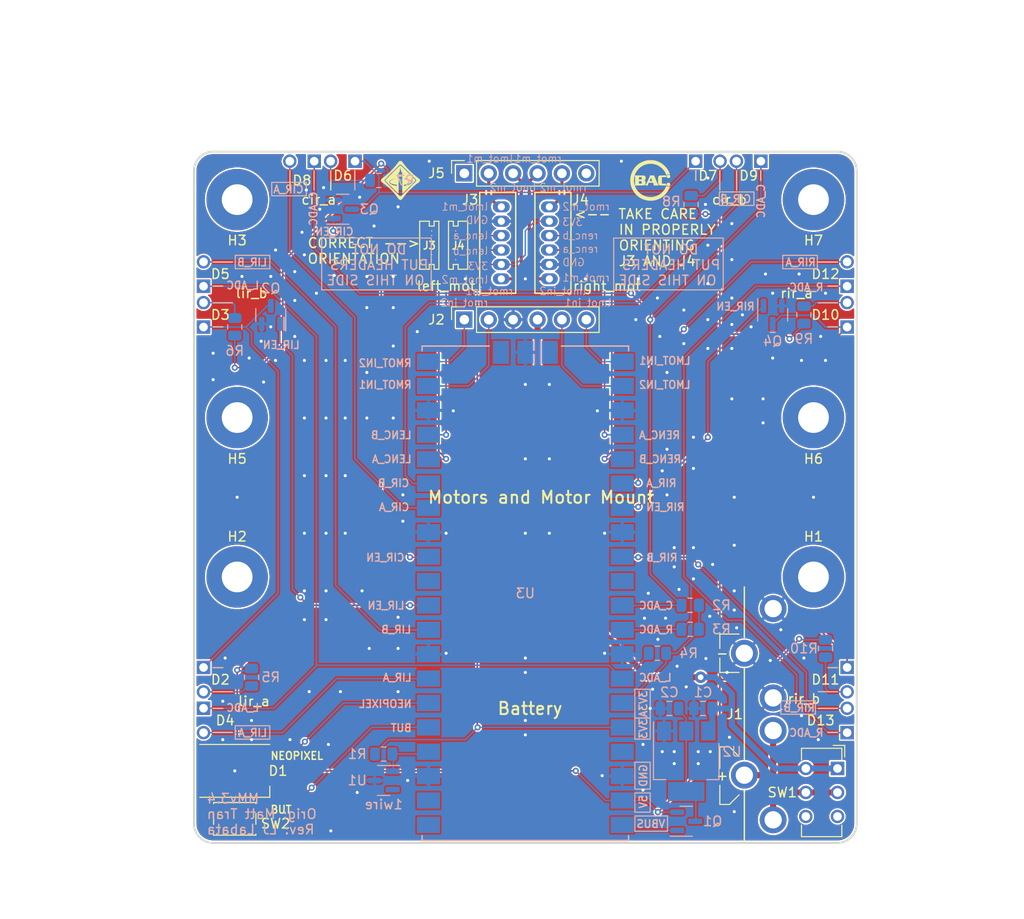
<source format=kicad_pcb>
(kicad_pcb (version 20240108) (generator "pcbnew") (generator_version "8.0")
  (layers (0 "F.Cu" signal) (31 "B.Cu" signal) (34 "B.Paste" user) (35 "F.Paste" user) (36 "B.SilkS" user "B.Silkscreen") (37 "F.SilkS" user "F.Silkscreen") (38 "B.Mask" user) (39 "F.Mask" user) (44 "Edge.Cuts" user))
  (net 0 "")
  (net 1 "GND")
  (net 2 "+5V")
  (net 3 "+9V")
  (net 4 "/neopixel")
  (net 5 "/l_adc")
  (net 6 "/lir_a")
  (net 7 "/lir_b")
  (net 8 "/c_adc")
  (net 9 "/cir_a")
  (net 10 "/cir_b")
  (net 11 "/r_adc")
  (net 12 "/rir_a")
  (net 13 "/rir_b")
  (net 14 "+3V3")
  (net 15 "/lmot_in1")
  (net 16 "/lmot_in2")
  (net 17 "/rmot_in1")
  (net 18 "/rmot_in2")
  (net 19 "/lmot_m2")
  (net 20 "/lenc_b")
  (net 21 "/lenc_a")
  (net 22 "/lmot_m1")
  (net 23 "/rmot_m2")
  (net 24 "/renc_b")
  (net 25 "/renc_a")
  (net 26 "/rmot_m1")
  (net 27 "VBUS")
  (net 28 "/onewire")
  (net 29 "/+3V3A")
  (net 30 "/lir_en")
  (net 31 "/cir_en")
  (net 32 "/rir_en")
  (net 33 "/but")
  (net 41 "Net-(C2-Pad1)")
  (net 42 "Net-(J1-Pad1)")
  (net 48 "Net-(D11-Pad2)")
  (net 49 "Net-(D10-Pad1)")
  (net 50 "Net-(D10-Pad2)")
  (net 51 "Net-(D7-Pad2)")
  (net 52 "Net-(D6-Pad1)")
  (net 53 "Net-(D6-Pad2)")
  (net 54 "Net-(D3-Pad2)")
  (net 55 "Net-(D2-Pad1)")
  (net 56 "Net-(D2-Pad2)")
  (footprint "LED_SMD:LED_WS2812B_PLCC4_5.0x5.0mm_P3.2mm" (layer "F.Cu") (at 119.75 128.5)
    (property "Reference" "D1")
    (property "Value" "WS2812B")
  )
  (footprint "extraparts:LED_D3.0mm_RH_THT_IRBlack" (layer "F.Cu") (at 116.5 123.25 -90)
    (property "Reference" "D4")
    (property "Value" "D_Photo_ALT")
  )
  (footprint "extraparts:LED_D3.0mm_RH_THT_Clear" (layer "F.Cu") (at 131 65 180)
    (property "Reference" "D6")
    (property "Value" "LED")
  )
  (footprint "extraparts:LED_D3.0mm_RH_THT_Clear" (layer "F.Cu") (at 183.5 119 90)
    (property "Reference" "D11")
    (property "Value" "LED")
  )
  (footprint "extraparts:LED_D3.0mm_RH_THT_IRBlack" (layer "F.Cu") (at 183.5 76.75 90)
    (property "Reference" "D12")
    (property "Value" "D_Photo_ALT")
  )
  (footprint "MountingHole:MountingHole_3.2mm_M3_Pad_TopBottom" (layer "F.Cu") (at 180 108.3)
    (property "Reference" "H1")
    (property "Value" "MountingHole")
  )
  (footprint "MountingHole:MountingHole_3.2mm_M3_Pad_TopBottom" (layer "F.Cu") (at 120 108.3)
    (property "Reference" "H2")
    (property "Value" "MountingHole")
  )
  (footprint "MountingHole:MountingHole_3.2mm_M3_Pad_TopBottom" (layer "F.Cu") (at 120 91.7)
    (property "Reference" "H5")
    (property "Value" "MountingHole")
  )
  (footprint "MountingHole:MountingHole_3.2mm_M3_Pad_TopBottom" (layer "F.Cu") (at 180 91.7)
    (property "Reference" "H6")
    (property "Value" "MountingHole")
  )
  (footprint "Connector_PinSocket_2.54mm:PinSocket_1x06_P2.54mm_Vertical" (layer "F.Cu") (at 143.65 81.5 90)
    (property "Reference" "J2")
    (property "Value" "DRV8833_L")
  )
  (footprint "extraparts:JST_ZH_Vert_6pin" (layer "F.Cu") (at 147.5 69.75 -90)
    (property "Reference" "J3")
    (property "Value" "left_mot")
  )
  (footprint "Button_Switch_SMD:SW_SPST_PTS810" (layer "F.Cu") (at 119.75 133.5)
    (property "Reference" "SW2")
    (property "Value" "but")
  )
  (footprint "Connector_PinSocket_2.54mm:PinSocket_1x06_P2.54mm_Vertical" (layer "F.Cu") (at 143.65 66.26 90)
    (property "Reference" "J5")
    (property "Value" "DRV8833_R")
  )
  (footprint "extraparts:LED_D3.0mm_RH_THT_Clear" (layer "F.Cu") (at 116.5 119 -90)
    (property "Reference" "D2")
    (property "Value" "LED")
  )
  (footprint "extraparts:LED_D3.0mm_RH_THT_IRBlack" (layer "F.Cu") (at 183.5 123.25 90)
    (property "Reference" "D13")
    (property "Value" "D_Photo_ALT")
  )
  (footprint "extraparts:JST_ZH_Vert_6pin" (layer "F.Cu") (at 152.5 77.25 90)
    (property "Reference" "J4")
    (property "Value" "right_mot")
  )
  (footprint "extraparts:bac_logo" (layer "F.Cu") (at 163 67)
    (property "Reference" "H4" (hide yes))
    (property "Value" "bac logo" (hide yes))
  )
  (footprint "extraparts:ieee_logo" (layer "F.Cu") (at 137 67)
    (property "Reference" "H8" (hide yes))
    (property "Value" "ieee logo" (hide yes))
  )
  (footprint "extraparts:LED_D3.0mm_RH_THT_Clear" (layer "F.Cu") (at 116.5 81 -90)
    (property "Reference" "D3")
    (property "Value" "LED")
  )
  (footprint "extraparts:LED_D3.0mm_RH_THT_IRBlack" (layer "F.Cu") (at 116.5 76.75 -90)
    (property "Reference" "D5")
    (property "Value" "D_Photo_ALT")
  )
  (footprint "extraparts:LED_D3.0mm_RH_THT_IRBlack" (layer "F.Cu") (at 126.75 65 180)
    (property "Reference" "D8")
    (property "Value" "D_Photo_ALT")
  )
  (footprint "extraparts:Keystone_593_594" (layer "F.Cu") (at 172.8 122.6 90)
    (property "Reference" "J1")
    (property "Value" "9V")
  )
  (footprint "extraparts:LED_D3.0mm_RH_THT_Clear" (layer "F.Cu") (at 169 65 180)
    (property "Reference" "D7")
    (property "Value" "LED")
  )
  (footprint "extraparts:LED_D3.0mm_RH_THT_Clear" (layer "F.Cu") (at 183.5 81 90)
    (property "Reference" "D10")
    (property "Value" "LED")
  )
  (footprint "Button_Switch_THT:SW_CuK_JS202011CQN_DPDT_Straight" (layer "F.Cu") (at 182.5 128.25 -90)
    (property "Reference" "SW1")
    (property "Value" "PWR")
  )
  (footprint "MountingHole:MountingHole_3.2mm_M3_Pad_TopBottom" (layer "F.Cu") (at 120 69)
    (property "Reference" "H3")
    (property "Value" "MountingHole")
  )
  (footprint "MountingHole:MountingHole_3.2mm_M3_Pad_TopBottom" (layer "F.Cu") (at 180 69)
    (property "Reference" "H7")
    (property "Value" "MountingHole")
  )
  (footprint "extraparts:LED_D3.0mm_RH_THT_IRBlack" (layer "F.Cu") (at 173.25 65 180)
    (property "Reference" "D9")
    (property "Value" "D_Photo_ALT")
  )
  (footprint "Capacitor_SMD:C_0805_2012Metric" (layer "B.Cu") (at 165 122 180)
    (property "Reference" "C2")
    (property "Value" "10u")
  )
  (footprint "Package_TO_SOT_SMD:SOT-23" (layer "B.Cu") (at 166.75 133.75)
    (property "Reference" "Q1")
    (property "Value" "DMG2301L")
  )
  (footprint "Package_TO_SOT_SMD:SOT-23" (layer "B.Cu") (at 175.75 81 -90)
    (property "Reference" "Q4")
    (property "Value" "DMG2302U")
  )
  (footprint "Resistor_SMD:R_0805_2012Metric" (layer "B.Cu") (at 167.1625 111.25 180)
    (property "Reference" "R2")
    (property "Value" "10K")
  )
  (footprint "Resistor_SMD:R_0805_2012Metric" (layer "B.Cu") (at 167.1625 113.75 180)
    (property "Reference" "R3")
    (property "Value" "10K")
  )
  (footprint "Resistor_SMD:R_0805_2012Metric" (layer "B.Cu") (at 121.5 118.75 -90)
    (property "Reference" "R5")
    (property "Value" "150")
  )
  (footprint "Resistor_SMD:R_0805_2012Metric" (layer "B.Cu") (at 119.75 82.25 90)
    (property "Reference" "R6")
    (property "Value" "150")
  )
  (footprint "Resistor_SMD:R_0805_2012Metric" (layer "B.Cu") (at 134.75 67 180)
    (property "Reference" "R7")
    (property "Value" "150")
  )
  (footprint "Resistor_SMD:R_0805_2012Metric" (layer "B.Cu") (at 167.25 69.5 90)
    (property "Reference" "R8")
    (property "Value" "150")
  )
  (footprint "Resistor_SMD:R_0805_2012Metric" (layer "B.Cu") (at 181.25 115.75 -90)
    (property "Reference" "R10")
    (property "Value" "150")
  )
  (footprint "Package_TO_SOT_SMD:SOT-23" (layer "B.Cu") (at 135.25 129.5 180)
    (property "Reference" "U1")
    (property "Value" "DS28E05R+T")
  )
  (footprint "extraparts:RPi_Pico_SMD" (layer "B.Cu") (at 150 110)
    (property "Reference" "U3")
    (property "Value" "RPi_Pico")
  )
  (footprint "Capacitor_SMD:C_0805_2012Metric" (layer "B.Cu") (at 168.5 122 180)
    (property "Reference" "C1")
    (property "Value" "10u")
  )
  (footprint "Resistor_SMD:R_0805_2012Metric" (layer "B.Cu") (at 135.25 126.75)
    (property "Reference" "R1")
    (property "Value" "1k")
  )
  (footprint "Package_TO_SOT_SMD:SOT-223-3_TabPin2" (layer "B.Cu") (at 166.75 127.5 -90)
    (property "Reference" "U2")
    (property "Value" "LD1117S50TR_SOT223")
  )
  (footprint "Package_TO_SOT_SMD:SOT-23" (layer "B.Cu") (at 123.5 81 90)
    (property "Reference" "Q2")
    (property "Value" "DMG2302U")
  )
  (footprint "Resistor_SMD:R_0805_2012Metric" (layer "B.Cu") (at 179 81 90)
    (property "Reference" "R9")
    (property "Value" "150")
  )
  (footprint "Resistor_SMD:R_0805_2012Metric" (layer "B.Cu") (at 163.75 116.25 180)
    (property "Reference" "R4")
    (property "Value" "10K")
  )
  (footprint "Package_TO_SOT_SMD:SOT-23" (layer "B.Cu") (at 131 70)
    (property "Reference" "Q3")
    (property "Value" "DMG2302U")
  )
  (gr_rect (start 159.2 73) (end 170.6 78.4) (stroke (width 0.12)) (fill none) (layer "B.SilkS"))
  (gr_rect (start 176.6 121.2) (end 180.2 122.6) (stroke (width 0.12)) (fill none) (layer "B.SilkS"))
  (gr_line (start 129.75 67) (end 129.75 66) (stroke (width 0.12)) (layer "B.SilkS"))
  (gr_line (start 167.75 67) (end 167.75 66) (stroke (width 0.12)) (layer "B.SilkS"))
  (gr_line (start 182.5 122) (end 180.5 122) (stroke (width 0.12)) (layer "B.SilkS"))
  (gr_rect (start 161.4 127.6) (end 163 130.4) (stroke (width 0.12)) (fill none) (layer "B.SilkS"))
  (gr_rect (start 161.4 123) (end 163 125.2) (stroke (width 0.12)) (fill none) (layer "B.SilkS"))
  (gr_line (start 128 68) (end 128 66) (stroke (width 0.12)) (layer "B.SilkS"))
  (gr_line (start 117.5 117.75) (end 118.5 117.75) (stroke (width 0.12)) (layer "B.SilkS"))
  (gr_line (start 117.5 124.5) (end 119.5 124.5) (stroke (width 0.12)) (layer "B.SilkS"))
  (gr_line (start 182.5 120.25) (end 180.5 120.25) (stroke (width 0.12)) (layer "B.SilkS"))
  (gr_line (start 182.5 117.75) (end 181.5 117.75) (stroke (width 0.12)) (layer "B.SilkS"))
  (gr_line (start 117.5 82.25) (end 118.5 82.25) (stroke (width 0.12)) (layer "B.SilkS"))
  (gr_rect (start 119.8 74.8) (end 123.4 76.2) (stroke (width 0.12)) (fill none) (layer "B.SilkS"))
  (gr_rect (start 123.6 67.2) (end 127.2 68.6) (stroke (width 0.12)) (fill none) (layer "B.SilkS"))
  (gr_line (start 117.5 122) (end 118.5 122) (stroke (width 0.12)) (layer "B.SilkS"))
  (gr_rect (start 161.4 130.8) (end 163 132.8) (stroke (width 0.12)) (fill none) (layer "B.SilkS"))
  (gr_line (start 117.5 120.25) (end 119.5 120.25) (stroke (width 0.12)) (layer "B.SilkS"))
  (gr_line (start 182.5 82.25) (end 181.5 82.25) (stroke (width 0.12)) (layer "B.SilkS"))
  (gr_line (start 117.5 78) (end 118.5 78) (stroke (width 0.12)) (layer "B.SilkS"))
  (gr_line (start 172 68) (end 172 66) (stroke (width 0.12)) (layer "B.SilkS"))
  (gr_rect (start 170.2 68.2) (end 173.8 69.6) (stroke (width 0.12)) (fill none) (layer "B.SilkS"))
  (gr_rect (start 128.8 73) (end 140.2 78.4) (stroke (width 0.12)) (fill none) (layer "B.SilkS"))
  (gr_line (start 117.5 79.75) (end 119.5 79.75) (stroke (width 0.12)) (layer "B.SilkS"))
  (gr_rect (start 161.4 120) (end 163 123) (stroke (width 0.12)) (fill none) (layer "B.SilkS"))
  (gr_line (start 170.25 68) (end 170.25 66) (stroke (width 0.12)) (layer "B.SilkS"))
  (gr_line (start 174.5 67) (end 174.5 66) (stroke (width 0.12)) (layer "B.SilkS"))
  (gr_line (start 182.5 75.5) (end 180.5 75.5) (stroke (width 0.12)) (layer "B.SilkS"))
  (gr_rect (start 119.8 123.8) (end 123.4 125.2) (stroke (width 0.12)) (fill none) (layer "B.SilkS"))
  (gr_line (start 125.5 67) (end 125.5 66) (stroke (width 0.12)) (layer "B.SilkS"))
  (gr_line (start 182.5 124.5) (end 181.5 124.5) (stroke (width 0.12)) (layer "B.SilkS"))
  (gr_rect (start 176.8 74.8) (end 180.4 76.2) (stroke (width 0.12)) (fill none) (layer "B.SilkS"))
  (gr_line (start 182.5 79.75) (end 180.5 79.75) (stroke (width 0.12)) (layer "B.SilkS"))
  (gr_line (start 182.5 78) (end 181.5 78) (stroke (width 0.12)) (layer "B.SilkS"))
  (gr_rect (start 161.4 133.2) (end 164.8 134.8) (stroke (width 0.12)) (fill none) (layer "B.SilkS"))
  (gr_line (start 132.25 68) (end 132.25 66) (stroke (width 0.12)) (layer "B.SilkS"))
  (gr_line (start 117.5 75.5) (end 119.5 75.5) (stroke (width 0.12)) (layer "B.SilkS"))
  (gr_line (start 140 76.25) (end 140 75.75) (stroke (width 0.12)) (layer "F.SilkS"))
  (gr_line (start 182.5 82.25) (end 181.5 82.25) (stroke (width 0.12)) (layer "F.SilkS"))
  (gr_line (start 140 71.25) (end 139 71.25) (stroke (width 0.12)) (layer "F.SilkS"))
  (gr_line (start 117.5 120.25) (end 119.5 120.25) (stroke (width 0.12)) (layer "F.SilkS"))
  (gr_line (start 142.75 75.25) (end 142.75 75.25) (stroke (width 0.12)) (layer "F.SilkS"))
  (gr_line (start 172.25 114.25) (end 170.25 114.25) (stroke (width 0.12)) (layer "F.SilkS"))
  (gr_line (start 140 76.25) (end 139 76.25) (stroke (width 0.12)) (layer "F.SilkS"))
  (gr_line (start 117.5 82.25) (end 118.5 82.25) (stroke (width 0.12)) (layer "F.SilkS"))
  (gr_line (start 182.5 122) (end 180.5 122) (stroke (width 0.12)) (layer "F.SilkS"))
  (gr_line (start 141 71.25) (end 140.5 71.25) (stroke (width 0.12)) (layer "F.SilkS"))
  (gr_line (start 171.25 126) (end 170.25 126) (stroke (width 0.12)) (layer "F.SilkS"))
  (gr_line (start 140.25 72.75) (end 140.25 72.75) (stroke (width 0.12)) (layer "F.SilkS"))
  (gr_line (start 140.25 74.75) (end 140.25 74.75) (stroke (width 0.12)) (layer "F.SilkS"))
  (gr_line (start 182.5 75.5) (end 180.5 75.5) (stroke (width 0.12)) (layer "F.SilkS"))
  (gr_line (start 140.5 71.25) (end 140.5 71.75) (stroke (width 0.12)) (layer "F.SilkS"))
  (gr_line (start 140.25 72.25) (end 140.25 72.25) (stroke (width 0.12)) (layer "F.SilkS"))
  (gr_line (start 170.25 114.25) (end 170.25 115.75) (stroke (width 0.12)) (layer "F.SilkS"))
  (gr_line (start 170.25 66) (end 170.25 68) (stroke (width 0.12)) (layer "F.SilkS"))
  (gr_line (start 167.75 66) (end 167.75 67) (stroke (width 0.12)) (layer "F.SilkS"))
  (gr_line (start 128 66) (end 128 67) (stroke (width 0.12)) (layer "F.SilkS"))
  (gr_line (start 182.5 117.75) (end 181.5 117.75) (stroke (width 0.12)) (layer "F.SilkS"))
  (gr_line (start 182.5 79.75) (end 180.5 79.75) (stroke (width 0.12)) (layer "F.SilkS"))
  (gr_line (start 143 76.25) (end 144 76.25) (stroke (width 0.12)) (layer "F.SilkS"))
  (gr_line (start 143 71.25) (end 144 71.25) (stroke (width 0.12)) (layer "F.SilkS"))
  (gr_line (start 142.75 74.75) (end 142.75 74.75) (stroke (width 0.12)) (layer "F.SilkS"))
  (gr_line (start 141 76.25) (end 141 71.25) (stroke (width 0.12)) (layer "F.SilkS"))
  (gr_line (start 140.5 76.25) (end 141 76.25) (stroke (width 0.12)) (layer "F.SilkS"))
  (gr_line (start 172.25 118.25) (end 170.25 118.25) (stroke (width 0.12)) (layer "F.SilkS"))
  (gr_line (start 125.5 66) (end 125.5 68) (stroke (width 0.12)) (layer "F.SilkS"))
  (gr_line (start 140.5 75.75) (end 140.5 76.25) (stroke (width 0.12)) (layer "F.SilkS"))
  (gr_line (start 117.5 78) (end 118.5 78) (stroke (width 0.12)) (layer "F.SilkS"))
  (gr_line (start 172.25 131) (end 171.25 132) (stroke (width 0.12)) (layer "F.SilkS"))
  (gr_line (start 182.5 120.25) (end 180.5 120.25) (stroke (width 0.12)) (layer "F.SilkS"))
  (gr_line (start 142.5 71.25) (end 142.5 71.75) (stroke (width 0.12)) (layer "F.SilkS"))
  (gr_line (start 117.5 79.75) (end 119.5 79.75) (stroke (width 0.12)) (layer "F.SilkS"))
  (gr_line (start 142.75 72.25) (end 142.75 72.25) (stroke (width 0.12)) (layer "F.SilkS"))
  (gr_line (start 140 75.75) (end 140.5 75.75) (stroke (width 0.12)) (layer "F.SilkS"))
  (gr_line (start 132.25 66) (end 132.25 67) (stroke (width 0.12)) (layer "F.SilkS"))
  (gr_line (start 139 71.25) (end 139 76.25) (stroke (width 0.12)) (layer "F.SilkS"))
  (gr_line (start 171.25 132) (end 170.25 132) (stroke (width 0.12)) (layer "F.SilkS"))
  (gr_line (start 142.75 72.75) (end 142.75 72.75) (stroke (width 0.12)) (layer "F.SilkS"))
  (gr_line (start 142.5 76.25) (end 142 76.25) (stroke (width 0.12)) (layer "F.SilkS"))
  (gr_line (start 144 71.25) (end 144 76.25) (stroke (width 0.12)) (layer "F.SilkS"))
  (gr_line (start 170.25 126) (end 170.25 128.25) (stroke (width 0.12)) (layer "F.SilkS"))
  (gr_line (start 142 71.25) (end 142.5 71.25) (stroke (width 0.12)) (layer "F.SilkS"))
  (gr_line (start 172 66) (end 172 68) (stroke (width 0.12)) (layer "F.SilkS"))
  (gr_line (start 140.25 75.25) (end 140.25 75.25) (stroke (width 0.12)) (layer "F.SilkS"))
  (gr_line (start 174.5 66) (end 174.5 67) (stroke (width 0.12)) (layer "F.SilkS"))
  (gr_line (start 142 76.25) (end 142 71.25) (stroke (width 0.12)) (layer "F.SilkS"))
  (gr_line (start 117.5 75.5) (end 119.5 75.5) (stroke (width 0.12)) (layer "F.SilkS"))
  (gr_line (start 140.5 71.75) (end 140 71.75) (stroke (width 0.12)) (layer "F.SilkS"))
  (gr_line (start 182.5 78) (end 181.5 78) (stroke (width 0.12)) (layer "F.SilkS"))
  (gr_line (start 170.25 132) (end 170.25 130) (stroke (width 0.12)) (layer "F.SilkS"))
  (gr_line (start 117.5 124.5) (end 119.5 124.5) (stroke (width 0.12)) (layer "F.SilkS"))
  (gr_line (start 142.5 71.75) (end 143 71.75) (stroke (width 0.12)) (layer "F.SilkS"))
  (gr_line (start 143 76.25) (end 143 75.75) (stroke (width 0.12)) (layer "F.SilkS"))
  (gr_line (start 117.5 122) (end 118.5 122) (stroke (width 0.12)) (layer "F.SilkS"))
  (gr_line (start 129.75 66) (end 129.75 68) (stroke (width 0.12)) (layer "F.SilkS"))
  (gr_line (start 142.5 75.75) (end 142.5 76.25) (stroke (width 0.12)) (layer "F.SilkS"))
  (gr_line (start 170.25 118.25) (end 170.25 116.75) (stroke (width 0.12)) (layer "F.SilkS"))
  (gr_line (start 143 75.75) (end 142.5 75.75) (stroke (width 0.12)) (layer "F.SilkS"))
  (gr_line (start 143 71.75) (end 143 71.25) (stroke (width 0.12)) (layer "F.SilkS"))
  (gr_line (start 117.5 117.75) (end 118.5 117.75) (stroke (width 0.12)) (layer "F.SilkS"))
  (gr_line (start 182.5 124.5) (end 181.5 124.5) (stroke (width 0.12)) (layer "F.SilkS"))
  (gr_line (start 140 71.75) (end 140 71.25) (stroke (width 0.12)) (layer "F.SilkS"))
  (gr_line (start 172.25 127) (end 171.25 126) (stroke (width 0.12)) (layer "F.SilkS"))
  (gr_line (start 115.5 66) (end 115.5 134) (stroke (width 0.2)) (layer "Edge.Cuts"))
  (gr_line (start 117.5 136) (end 182.5 136) (stroke (width 0.2)) (layer "Edge.Cuts"))
  (gr_arc (start 117.5 136) (mid 116.085786 135.414214) (end 115.5 134) (stroke (width 0.2)) (layer "Edge.Cuts"))
  (gr_arc (start 182.5 64) (mid 183.914214 64.585786) (end 184.5 66) (stroke (width 0.2)) (layer "Edge.Cuts"))
  (gr_arc (start 184.5 134) (mid 183.914214 135.414214) (end 182.5 136) (stroke (width 0.2)) (layer "Edge.Cuts"))
  (gr_line (start 184.5 66) (end 184.5 134) (stroke (width 0.2)) (layer "Edge.Cuts"))
  (gr_line (start 117.5 64) (end 182.5 64) (stroke (width 0.2)) (layer "Edge.Cuts"))
  (gr_arc (start 115.5 66) (mid 116.085786 64.585786) (end 117.5 64) (stroke (width 0.2)) (layer "Edge.Cuts"))
  (gr_text "lmot_m2" (at 151.2 68.2 0) (layer "B.SilkS") (effects (font (size 0.8001 0.762) (thickness 0.09525)) (justify left bottom mirror)))
  (gr_text "R_ADC" (at 177.4 125 0) (layer "B.SilkS") (effects (font (size 0.8001 0.762) (thickness 0.1524) (bold yes)) (justify right bottom mirror)))
  (gr_text "lmot_m1" (at 143.8 65.2 0) (layer "B.SilkS") (effects (font (size 0.8001 0.762) (thickness 0.09525)) (justify right bottom mirror)))
  (gr_text "MMv3.4\nOrig: Matt Tran\nRev: LJ Labata" (at 116.75 133 0) (layer "B.SilkS") (effects (font (size 1 1)) (justify right mirror)))
  (gr_text "GND" (at 153.8 76 0) (layer "B.SilkS") (effects (font (size 0.8001 0.762) (thickness 0.09525)) (justify right bottom mirror)))
  (gr_text "rmot_in2" (at 146.2 80.2 0) (layer "B.SilkS") (effects (font (size 0.8001 0.762) (thickness 0.09525)) (justify left bottom mirror)))
  (gr_text "LIR_B" (at 123.2 76 0) (layer "B.SilkS") (effects (font (size 0.8001 0.762) (thickness 0.1524) (bold yes)) (justify left bottom mirror)))
  (gr_text "CIR_EN" (at 137.5 106.75 0) (layer "B.SilkS") (effects (font (size 0.8001 0.762) (thickness 0.1524) (bold yes)) (justify left bottom mirror)))
  (gr_text "LMOT_IN1" (at 161.75 86.25 0) (layer "B.SilkS") (effects (font (size 0.8001 0.762) (thickness 0.1524) (bold yes)) (justify right bottom mirror)))
  (gr_text "LMOT_IN2" (at 161.75 88.75 0) (layer "B.SilkS") (effects (font (size 0.8001 0.762) (thickness 0.1524) (bold yes)) (justify right bottom mirror)))
  (gr_text "R_ADC" (at 161.75 114.25 0) (layer "B.SilkS") (effects (font (size 0.8001 0.762) (thickness 0.1524) (bold yes)) (justify right bottom mirror)))
  (gr_text "lenc_a" (at 146.2 73.2 0) (layer "B.SilkS") (effects (font (size 0.8001 0.762) (thickness 0.09525)) (justify left bottom mirror)))
  (gr_text "3V3" (at 162.75 125.25 90) (layer "B.SilkS") (effects (font (size 0.8001 0.762) (thickness 0.1524) (bold yes)) (justify right bottom mirror)))
  (gr_text "rmot_m2" (at 151.4 68.2 0) (layer "B.SilkS") (effects (font (size 0.8001 0.762) (thickness 0.09525)) (justify right bottom mirror)))
  (gr_text "5V" (at 162.75 132.5 90) (layer "B.SilkS") (effects (font (size 0.8001 0.762) (thickness 0.1524) (bold yes)) (justify right bottom mirror)))
  (gr_text "L_ADC" (at 118.8 122.4 0) (layer "B.SilkS") (effects (font (size 0.8001 0.762) (thickness 0.1524) (bold yes)) (justify right bottom mirror)))
  (gr_text "rmot_m1" (at 148.8 65.2 0) (layer "B.SilkS") (effects (font (size 0.8001 0.762) (thickness 0.09525)) (justify right bottom mirror)))
  (gr_text "RIR_A" (at 162.5 99 0) (layer "B.SilkS") (effects (font (size 0.8001 0.762) (thickness 0.1524) (bold yes)) (justify right bottom mirror)))
  (gr_text "RENC_B" (at 161.75 96.5 0) (layer "B.SilkS") (effects (font (size 0.8001 0.762) (thickness 0.1524) (bold yes)) (justify right bottom mirror)))
  (gr_text "lmot_m2" (at 146.2 77.8 0) (layer "B.SilkS") (effects (font (size 0.8001 0.762) (thickness 0.09525)) (justify left bottom mirror)))
  (gr_text "NEOPIXEL" (at 138.25 122 0) (layer "B.SilkS") (effects (font (size 0.8001 0.762) (thickness 0.1524) (bold yes)) (justify left bottom mirror)))
  (gr_text "C_ADC" (at 161.75 111.75 0) (layer "B.SilkS") (effects (font (size 0.8001 0.762) (thickness 0.1524) (bold yes)) (justify right bottom mirror)))
  (gr_text "LIR_EN" (at 137.5 111.75 0) (layer "B.SilkS") (effects (font (size 0.8001 0.762) (thickness 0.1524) (bold yes)) (justify left bottom mirror)))
  (gr_text "LIR_EN" (at 126.6 84.6 0) (layer "B.SilkS") (effects (font (size 0.8001 0.762) (thickness 0.1524) (bold yes)) (justify left bottom mirror)))
  (gr_text "LENC_B" (at 138.25 94 0) (layer "B.SilkS") (effects (font (size 0.8001 0.762) (thickness 0.1524) (bold yes)) (justify left bottom mirror)))
  (gr_text "C_ADC" (at 128.4 71.8 90) (layer "B.SilkS") (effects (font (size 0.8001 0.762) (thickness 0.1524) (bold yes)) (justify right bottom mirror)))
  (gr_text "GND" (at 146.2 71.6 0) (layer "B.SilkS") (effects (font (size 0.8001 0.762) (thickness 0.09525)) (justify left bottom mirror)))
  (gr_text "RMOT_IN1" (at 138.25 88.75 0) (layer "B.SilkS") (effects (font (size 0.8001 0.762) (thickness 0.1524) (bold yes)) (justify left bottom mirror)))
  (gr_text "CIR_A" (at 138 101.5 0) (layer "B.SilkS") (effects (font (size 0.8001 0.762) (thickness 0.1524) (bold yes)) (justify left bottom mirror)))
  (gr_text "C_ADC" (at 175 71 90) (layer "B.SilkS") (effects (font (size 0.8001 0.762) (thickness 0.1524) (bold yes)) (justify right bottom mirror)))
  (gr_text "R_ADC" (at 177.4 78.6 0) (layer "B.SilkS") (effects (font (size 0.8001 0.762) (thickness 0.1524) (bold yes)) (justify right bottom mirror)))
  (gr_text "1wire" (at 135.25 132 0) (layer "B.SilkS") (effects (font (size 1 1)) (justify mirror)))
  (gr_text "CIR_EN" (at 132.2 72.8 0) (layer "B.SilkS") (effects (font (size 0.8001 0.762) (thickness 0.1524) (bold yes)) (justify left bottom mirror)))
  (gr_text "rmot_in1" (at 148.8 79 0) (layer "B.SilkS") (effects (font (size 0.8001 0.762) (thickness 0.09525)) (justify left bottom mirror)))
  (gr_text "CIR_B" (at 138 99 0) (layer "B.SilkS") (effects (font (size 0.8001 0.762) (thickness 0.1524) (bold yes)) (justify left bottom mirror)))
  (gr_text "LIR_B" (at 138.2 114.25 0) (layer "B.SilkS") (effects (font (size 0.8001 0.762) (thickness 0.1524) (bold yes)) (justify left bottom mirror)))
  (gr_text "L_ADC" (at 161.75 119.25 0) (layer "B.SilkS") (effects (font (size 0.8001 0.762) (thickness 0.1524) (bold yes)) (justify right bottom mirror)))
  (gr_text "rmot_m1" (at 153.8 77.6 0) (layer "B.SilkS") (effects (font (size 0.8001 0.762) (thickness 0.09525)) (justify right bottom mirror)))
  (gr_text "lenc_b" (at 146.2 74.8 0) (layer "B.SilkS") (effects (font (size 0.8001 0.762) (thickness 0.09525)) (justify left bottom mirror)))
  (gr_text "GND" (at 162.75 130.25 90) (layer "B.SilkS") (effects (font (size 0.8001 0.762) (thickness 0.1524) (bold yes)) (justify right bottom mirror)))
  (gr_text "DO NOT \nPUT HEADERS \nON THIS SIDE" (at 164.8 78 0) (layer "B.SilkS") (effects (font (size 1 1)) (justify bottom mirror)))
  (gr_text "3V3A" (at 162.75 123 90) (layer "B.SilkS") (effects (font (size 0.8001 0.762) (thickness 0.1524) (bold yes)) (justify right bottom mirror)))
  (gr_text "LIR_A" (at 138.25 119.25 0) (layer "B.SilkS") (effects (font (size 0.8001 0.762) (thickness 0.1524) (bold yes)) (justify left bottom mirror)))
  (gr_text "RIR_B" (at 176.8 122.4 0) (layer "B.SilkS") (effects (font (size 0.8001 0.762) (thickness 0.1524) (bold yes)) (justify right bottom mirror)))
  (gr_text "RIR_EN" (at 169.8 80.6 0) (layer "B.SilkS") (effects (font (size 0.8001 0.762) (thickness 0.1524) (bold yes)) (justify right bottom mirror)))
  (gr_text "BUT" (at 138.25 124.5 0) (layer "B.SilkS") (effects (font (size 0.8001 0.762) (thickness 0.1524) (bold yes)) (justify left bottom mirror)))
  (gr_text "lmot_in1" (at 154 80.2 0) (layer "B.SilkS") (effects (font (size 0.8001 0.762) (thickness 0.09525)) (justify right bottom mirror)))
  (gr_text "lmot_m1" (at 146.2 70.2 0) (layer "B.SilkS") (effects (font (size 0.8001 0.762) (thickness 0.09525)) (justify left bottom mirror)))
  (gr_text "lmot_in2" (at 151.4 79 0) (layer "B.SilkS") (effects (font (size 0.8001 0.762) (thickness 0.09525)) (justify right bottom mirror)))
  (gr_text "renc_a" (at 153.8 74.6 0) (layer "B.SilkS") (effects (font (size 0.8001 0.762) (thickness 0.09525)) (justify right bottom mirror)))
  (gr_text "VBUS" (at 161.5 134.5 0) (layer "B.SilkS") (effects (font (size 0.8001 0.762) (thickness 0.1524) (bold yes)) (justify right bottom mirror)))
  (gr_text "RMOT_IN2" (at 138.25 86.5 0) (layer "B.SilkS") (effects (font (size 0.8001 0.762) (thickness 0.1524) (bold yes)) (justify left bottom mirror)))
  (gr_text "CIR_B" (at 173.6 69.4 0) (layer "B.SilkS") (effects (font (size 0.8001 0.762) (thickness 0.1524) (bold yes)) (justify left bottom mirror)))
  (gr_text "CIR_A" (at 127 68.4 0) (layer "B.SilkS") (effects (font (size 0.8001 0.762) (thickness 0.1524) (bold yes)) (justify left bottom mirror)))
  (gr_text "LIR_A" (at 123.2 125 0) (layer "B.SilkS") (effects (font (size 0.8001 0.762) (thickness 0.1524) (bold yes)) (justify left bottom mirror)))
  (gr_text "RENC_A" (at 161.75 94 0) (layer "B.SilkS") (effects (font (size 0.8001 0.762) (thickness 0.1524) (bold yes)) (justify right bottom mirror)))
  (gr_text "3V3" (at 146.2 76.4 0) (layer "B.SilkS") (effects (font (size 0.8001 0.762) (thickness 0.09525)) (justify left bottom mirror)))
  (gr_text "LENC_A" (at 138.25 96.5 0) (layer "B.SilkS") (effects (font (size 0.8001 0.762) (thickness 0.1524) (bold yes)) (justify left bottom mirror)))
  (gr_text "DO NOT \nPUT HEADERS \nON THIS SIDE" (at 134.4 78 0) (layer "B.SilkS") (effects (font (size 1 1)) (justify bottom mirror)))
  (gr_text "RIR_EN" (at 162.5 101.5 0) (layer "B.SilkS") (effects (font (size 0.8001 0.762) (thickness 0.1524) (bold yes)) (justify right bottom mirror)))
  (gr_text "L_ADC" (at 118.8 78.4 0) (layer "B.SilkS") (effects (font (size 0.8001 0.762) (thickness 0.1524) (bold yes)) (justify right bottom mirror)))
  (gr_text "RIR_B" (at 162.5 106.75 0) (layer "B.SilkS") (effects (font (size 0.8001 0.762) (thickness 0.1524) (bold yes)) (justify right bottom mirror)))
  (gr_text "3V3" (at 153.8 71.8 0) (layer "B.SilkS") (effects (font (size 0.8001 0.762) (thickness 0.09525)) (justify right bottom mirror)))
  (gr_text "RIR_A" (at 177 76 0) (layer "B.SilkS") (effects (font (size 0.8001 0.762) (thickness 0.1524) (bold yes)) (justify right bottom mirror)))
  (gr_text "rmot_m2" (at 153.8 70.2 0) (layer "B.SilkS") (effects (font (size 0.8001 0.762) (thickness 0.09525)) (justify right bottom mirror)))
  (gr_text "renc_b" (at 153.8 73.2 0) (layer "B.SilkS") (effects (font (size 0.8001 0.762) (thickness 0.09525)) (justify right bottom mirror)))
  (gr_text "lir_a" (at 121.75 121.25 0) (layer "F.SilkS") (effects (font (size 1 1))))
  (gr_text "lir_b" (at 121.5 78.75 0) (layer "F.SilkS") (effects (font (size 1 1))))
  (gr_text "J3" (at 139.25 74.25 0) (layer "F.SilkS") (effects (font (size 0.8001 0.762) (thickness 0.1524) (bold yes)) (justify left bottom)))
  (gr_text "BUT" (at 123.4 133 -0) (layer "F.SilkS") (effects (font (size 0.8001 0.762) (thickness 0.1524) (bold yes)) (justify left bottom)))
  (gr_text "left_mot" (at 141.75 78 0) (layer "F.SilkS") (effects (font (size 1 1))))
  (gr_text "<--	 TAKE CARE\n      IN PROPERLY\n      ORIENTING\n      J3 AND J4" (at 155 76 0) (layer "F.SilkS") (effects (font (size 1.016 1.016) (thickness 0.1524) (bold yes)) (justify left bottom)))
  (gr_text "Motors and Motor Mount" (at 139.75 100.75 0) (layer "F.SilkS") (effects (font (size 1.27 1.27) (thickness 0.2032)) (justify left bottom)))
  (gr_text "cir_a" (at 128.5 69 0) (layer "F.SilkS") (effects (font (size 1 1))))
  (gr_text "J4" (at 142.25 74.25 0) (layer "F.SilkS") (effects (font (size 0.8001 0.762) (thickness 0.1524) (bold yes)) (justify left bottom)))
  (gr_text "rir_a" (at 178.25 78.75 0) (layer "F.SilkS") (effects (font (size 1 1))))
  (gr_text "CORRECT	-->\nORIENTATION" (at 127.25 75.75 0) (layer "F.SilkS") (effects (font (size 1.016 1.016) (thickness 0.1524) (bold yes)) (justify left bottom)))
  (gr_text "Battery" (at 147 122.75 0) (layer "F.SilkS") (effects (font (size 1.27 1.27) (thickness 0.2032)) (justify left bottom)))
  (gr_text "NEOPIXEL" (at 123.4 127.4 -0) (layer "F.SilkS") (effects (font (size 0.8001 0.762) (thickness 0.1524) (bold yes)) (justify left bottom)))
  (gr_text "+" (at 170.5 129 0) (layer "F.SilkS") (effects (font (size 1 1))))
  (gr_text "right_mot" (at 158.5 78 0) (layer "F.SilkS") (effects (font (size 1 1))))
  (gr_text "-" (at 170.5 116.25 0) (layer "F.SilkS") (effects (font (size 1 1))))
  (gr_text "cir_b" (at 171.25 69 0) (layer "F.SilkS") (effects (font (size 1 1))))
  (gr_text "rir_b" (at 179 121 0) (layer "F.SilkS") (effects (font (size 1 1))))
  (via (at 141.75 116.25) (size 0.64) (drill 0.32) (layers "F.Cu" "B.Cu") (net 1))
  (via (at 171 118.25) (size 0.64) (drill 0.32) (layers "F.Cu" "B.Cu") (net 1))
  (via (at 133.5 80.25) (size 0.64) (drill 0.32) (layers "F.Cu" "B.Cu") (net 1))
  (via (at 166.5 80.5) (size 0.64) (drill 0.32) (layers "F.Cu" "B.Cu") (net 1))
  (via (at 169 77.75) (size 0.64) (drill 0.32) (layers "F.Cu" "B.Cu") (net 1))
  (via (at 124 74.25) (size 0.64) (drill 0.32) (layers "F.Cu" "B.Cu") (net 1))
  (via (at 175 76.75) (size 0.64) (drill 0.32) (layers "F.Cu" "B.Cu") (net 1))
  (via (at 171.75 132.75) (size 0.64) (drill 0.32) (layers "F.Cu" "B.Cu") (net 1))
  (via (at 173.5 82.25) (size 0.64) (drill 0.32) (layers "F.Cu" "B.Cu") (net 1))
  (via (at 132.75 68.75) (size 0.64) (drill 0.32) (layers "F.Cu" "B.Cu") (net 1))
  (via (at 129.75 134.75) (size 0.64) (drill 0.32) (layers "F.Cu" "B.Cu") (net 1))
  (via (at 168 126.5) (size 0.64) (drill 0.32) (layers "F.Cu" "B.Cu") (net 1))
  (via (at 117.5 87.75) (size 0.64) (drill 0.32) (layers "F.Cu" "B.Cu") (net 1))
  (via (at 152.5 88.25) (size 0.64) (drill 0.32) (layers "F.Cu" "B.Cu") (net 1))
  (via (at 126 79.5) (size 0.64) (drill 0.32) (layers "F.Cu" "B.Cu") (net 1))
  (via (at 150 103.75) (size 0.64) (drill 0.32) (layers "F.Cu" "B.Cu") (net 1))
  (via (at 137.25 102.5) (size 0.64) (drill 0.32) (layers "F.Cu" "B.Cu") (net 1))
  (via (at 133 109.75) (size 0.64) (drill 0.32) (layers "F.Cu" "B.Cu") (net 1))
  (via (at 174.75 92.25) (size 0.64) (drill 0.32) (layers "F.Cu" "B.Cu") (net 1))
  (via (at 178.75 122.75) (size 0.64) (drill 0.32) (layers "F.Cu" "B.Cu") (net 1))
  (via (at 150 88.25) (size 0.64) (drill 0.32) (layers "F.Cu" "B.Cu") (net 1))
  (via (at 141.75 103.75) (size 0.64) (drill 0.32) (layers "F.Cu" "B.Cu") (net 1))
  (via (at 165.5 126.5) (size 0.64) (drill 0.32) (layers "F.Cu" "B.Cu") (net 1))
  (via (at 174.75 89.75) (size 0.64) (drill 0.32) (layers "F.Cu" "B.Cu") (net 1))
  (via (at 133.75 115.75) (size 0.64) (drill 0.32) (layers "F.Cu" "B.Cu") (net 1))
  (via (at 169.5 107) (size 0.64) (drill 0.32) (layers "F.Cu" "B.Cu") (net 1))
  (via (at 129.5 125.75) (size 0.64) (drill 0.32) (layers "F.Cu" "B.Cu") (net 1))
  (via (at 130.10402 76.89598) (size 0.64) (drill 0.32) (layers "F.Cu" "B.Cu") (net 1))
  (via (at 123.5 77) (size 0.64) (drill 0.32) (layers "F.Cu" "B.Cu") (net 1))
  (via (at 129.25 91.75) (size 0.64) (drill 0.32) (layers "F.Cu" "B.Cu") (net 1))
  (via (at 129.25 109.75) (size 0.64) (drill 0.32) (layers "F.Cu" "B.Cu") (net 1))
  (via (at 161.75 77.25) (size 0.64) (drill 0.32) (layers "F.Cu" "B.Cu") (net 1))
  (via (at 166 109.6) (size 0.64) (drill 0.32) (layers "F.Cu" "B.Cu") (net 1))
  (via (at 171.5 75.25) (size 0.64) (drill 0.32) (layers "F.Cu" "B.Cu") (net 1))
  (via (at 136.75 69.75) (size 0.64) (drill 0.32) (layers "F.Cu" "B.Cu") (net 1))
  (via (at 171.5 82) (size 0.64) (drill 0.32) (layers "F.Cu" "B.Cu") (net 1))
  (via (at 163 122) (size 0.64) (drill 0.32) (layers "F.Cu" "B.Cu") (net 1))
  (via (at 157.5 91) (size 0.64) (drill 0.32) (layers "F.Cu" "B.Cu") (net 1))
  (via (at 136.25 77) (size 0.64) (drill 0.32) (layers "F.Cu" "B.Cu") (net 1))
  (via (at 126 76.5) (size 0.64) (drill 0.32) (layers "F.Cu" "B.Cu") (net 1))
  (via (at 167.5 93.75) (size 0.64) (drill 0.32) (layers "F.Cu" "B.Cu") (net 1))
  (via (at 158.25 103.75) (size 0.64) (drill 0.32) (layers "F.Cu" "B.Cu") (net 1))
  (via (at 150 116.75) (size 0.64) (drill 0.32) (layers "F.Cu" "B.Cu") (net 1))
  (via (at 171.5 84.5) (size 0.64) (drill 0.32) (layers "F.Cu" "B.Cu") (net 1))
  (via (at 165.5 107.25) (size 0.64) (drill 0.32) (layers "F.Cu" "B.Cu") (net 1))
  (via (at 150 124.75) (size 0.64) (drill 0.32) (layers "F.Cu" "B.Cu") (net 1))
  (via (at 171.75 105) (size 0.64) (drill 0.32) (layers "F.Cu" "B.Cu") (net 1))
  (via (at 152.5 96) (size 0.64) (drill 0.32) (layers "F.Cu" "B.Cu") (net 1))
  (via (at 179 116.75) (size 0.64) (drill 0.32) (layers "F.Cu" "B.Cu") (net 1))
  (via (at 171.75 109.75) (size 0.64) (drill 0.32) (layers "F.Cu" "B.Cu") (net 1))
  (via (at 175.75 85.5) (size 0.64) (drill 0.32) (layers "F.Cu" "B.Cu") (net 1))
  (via (at 128.6 70) (size 0.64) (drill 0.32) (layers "F.Cu" "B.Cu") (net 1))
  (via (at 164.75 99.75) (size 0.64) (drill 0.32) (layers "F.Cu" "B.Cu") (net 1))
  (via (at 175.75 78.75) (size 0.64) (drill 0.32) (layers "F.Cu" "B.Cu") (net 1))
  (via (at 162.8 110) (size 0.64) (drill 0.32) (layers "F.Cu" "B.Cu") (net 1))
  (via (at 169 81.5) (size 0.64) (drill 0.32) (layers "F.Cu" "B.Cu") (net 1))
  (via (at 128.25 78.75) (size 0.64) (drill 0.32) (layers "F.Cu" "B.Cu") (net 1))
  (via (at 136.25 84.25) (size 0.64) (drill 0.32) (layers "F.Cu" "B.Cu") (net 1))
  (via (at 169 84.5) (size 0.64) (drill 0.32) (layers "F.Cu" "B.Cu") (net 1))
  (via (at 150 96) (size 0.64) (drill 0.32) (layers "F.Cu" "B.Cu") (net 1))
  (via (at 167.5 108.5) (size 0.64) (drill 0.32) (layers "F.Cu" "B.Cu") (net 1))
  (via (at 127.2 68) (size 0.64) (drill 0.32) (layers "F.Cu" "B.Cu") (net 1))
  (via (at 171.5 79.25) (size 0.64) (drill 0.32) (layers "F.Cu" "B.Cu") (net 1))
  (via (at 152.5 103.75) (size 0.64) (drill 0.32) (layers "F.Cu" "B.Cu") (net 1))
  (via (at 126 83.25) (size 0.64) (drill 0.32) (layers "F.Cu" "B.Cu") (net 1))
  (via (at 129 67.75) (size 0.64) (drill 0.32) (layers "F.Cu" "B.Cu") (net 1))
  (via (at 158 129) (size 0.64) (drill 0.32) (layers "F.Cu" "B.Cu") (net 1))
  (via (at 121.5 123.25) (size 0.64) (drill 0.32) (layers "F.Cu" "B.Cu") (net 1))
  (via (at 171.5 71.5) (size 0.64) (drill 0.32) (layers "F.Cu" "B.Cu") (net 1))
  (via (at 127 112.75) (size 0.64) (drill 0.32) (layers "F.Cu" "B.Cu") (net 1))
  (via (at 178.75 85.75) (size 0.64) (drill 0.32) (layers "F.Cu" "B.Cu") (net 1))
  (via (at 171.75 111.75) (size 0.64) (drill 0.32) (layers "F.Cu" "B.Cu") (net 1))
  (via (at 129.25 103.75) (size 0.64) (drill 0.32) (layers "F.Cu" "B.Cu") (net 1))
  (via (at 143.75 77.25) (size 0.64) (drill 0.32) (layers "F.Cu" "B.Cu") (net 1))
  (via (at 133.5 87) (size 0.64) (drill 0.32) (layers "F.Cu" "B.Cu") (net 1))
  (via (at 180.5 125.25) (size 0.64) (drill 0.32) (layers "F.Cu" "B.Cu") (net 1))
  (via (at 150 77.25) (size 0.64) (drill 0.32) (layers "F.Cu" "B.Cu") (net 1))
  (via (at 133.5 77) (size 0.64) (drill 0.32) (layers "F.Cu" "B.Cu") (net 1))
  (via (at 164.75 95) (size 0.64) (drill 0.32) (layers "F.Cu" "B.Cu") (net 1))
  (via (at 118.5 125.25) (size 0.64) (drill 0.32) (layers "F.Cu" "B.Cu") (net 1))
  (via (at 181.25 78.75) (size 0.64) (drill 0.32) (layers "F.Cu" "B.Cu") (net 1))
  (via (at 160 65) (size 0.64) (drill 0.32) (layers "F.Cu" "B.Cu") (net 1))
  (via (at 131.25 103.75) (size 0.64) (drill 0.32) (layers "F.Cu" "B.Cu") (net 1))
  (via (at 164.25 97.25) (size 0.64) (drill 0.32) (layers "F.Cu" "B.Cu") (net 1))
  (via (at 127 109.75) (size 0.64) (drill 0.32) (layers "F.Cu" "B.Cu") (net 1))
  (via (at 126.75 72.4) (size 0.64) (drill 0.32) (layers "F.Cu" "B.Cu") (net 1))
  (via (at 129.25 112.75) (size 0.64) (drill 0.32) (layers "F.Cu" "B.Cu") (net 1))
  (via (at 169 73.75) (size 0.64) (drill 0.32) (layers "F.Cu" "B.Cu") (net 1))
  (via (at 169.2 112.4) (size 0.64) (drill 0.32) (layers "F.Cu" "B.Cu") (net 1))
  (via (at 172 113.6) (size 0.64) (drill 0.32) (layers "F.Cu" "B.Cu") (net 1))
  (via (at 124 85.75) (size 0.64) (drill 0.32) (layers "F.Cu" "B.Cu") (net 1))
  (via (at 119.75 128.5) (size 0.64) (drill 0.32) (layers "F.Cu" "B.Cu") (net 1))
  (via (at 131.25 91.75) (size 0.64) (drill 0.32) (layers "F.Cu" "B.Cu") (net 1))
  (via (at 181.25 85.75) (size 0.64) (drill 0.32) (layers "F.Cu" "B.Cu") (net 1))
  (via (at 134.25 71.75) (size 0.64) (drill 0.32) (layers "F.Cu" "B.Cu") (net 1))
  (via (at 137.75 129.5) (size 0.64) (drill 0.32) (layers "F.Cu" "B.Cu") (net 1))
  (via (at 163.25 120) (size 0.64) (drill 0.32) (layers "F.Cu" "B.Cu") (net 1))
  (via (at 156.25 77.25) (size 0.64) (drill 0.32) (layers "F.Cu" "B.Cu") (net 1))
  (via (at 118.5 121.25) (size 0.64) (drill 0.32) (layers "F.Cu" "B.Cu") (net 1))
  (via (at 121.5 125.25) (size 0.64) (drill 0.32) (layers "F.Cu" "B.Cu") (net 1))
  (via (at 133.5 91.75) (size 0.64) (drill 0.32) (layers "F.Cu" "B.Cu") (net 1))
  (via (at 161.5 81.5) (size 0.64) (drill 0.32) (layers "F.Cu" "B.Cu") (net 1))
  (via (at 142.5 91) (size 0.64) (drill 0.32) (layers "F.Cu" "B.Cu") (net 1))
  (via (at 136.75 115.75) (size 0.64) (drill 0.32) (layers "F.Cu" "B.Cu") (net 1))
  (via (at 169 66.75) (size 0.64) (drill 0.32) (layers "F.Cu" "B.Cu") (net 1))
  (via (at 158.25 116.25) (size 0.64) (drill 0.32) (layers "F.Cu" "B.Cu") (net 1))
  (via (at 127 74.75) (size 0.64) (drill 0.32) (layers "F.Cu" "B.Cu") (net 1))
  (via (at 150 123.25) (size 0.64) (drill 0.32) (layers "F.Cu" "B.Cu") (net 1))
  (via (at 136.25 91.75) (size 0.64) (drill 0.32) (layers "F.Cu" "B.Cu") (net 1))
  (via (at 180 100) (size 0.64) (drill 0.32) (layers "F.Cu" "B.Cu") (net 1))
  (via (at 169.25 126.5) (size 0.64) (drill 0.32) (layers "F.Cu" "B.Cu") (net 1))
  (via (at 164.25 126.5) (size 0.64) (drill 0.32) (layers "F.Cu" "B.Cu") (net 1))
  (via (at 131.25 85.75) (size 0.64) (drill 0.32) (layers "F.Cu" "B.Cu") (net 1))
  (via (at 165.5 127.75) (size 0.64) (drill 0.32) (layers "F.Cu" "B.Cu") (net 1))
  (via (at 117.5 85) (size 0.64) (drill 0.32) (layers "F.Cu" "B.Cu") (net 1))
  (via (at 167.5 97) (size 0.64) (drill 0.32) (layers "F.Cu" "B.Cu") (net 1))
  (via (at 171.25 125) (size 0.64) (drill 0.32) (layers "F.Cu" "B.Cu") (net 1))
  (via (at 171.5 89.75) (size 0.64) (drill 0.32) (layers "F.Cu" "B.Cu") (net 1))
  (via (at 162.25 130.5) (size 0.64) (drill 0.32) (layers "F.Cu" "B.Cu") (net 1))
  (via (at 122.5 83.75) (size 0.64) (drill 0.32) (layers "F.Cu" "B.Cu") (net 1))
  (via (at 127.5 120.25) (size 0.64) (drill 0.32) (layers "F.Cu" "B.Cu") (net 1))
  (via (at 131.25 97.75) (size 0.64) (drill 0.32) (layers "F.Cu" "B.Cu") (net 1))
  (via (at 150 118.25) (size 0.64) (drill 0.32) (layers "F.Cu" "B.Cu") (net 1))
  (via (at 127 97.75) (size 0.64) (drill 0.32) (layers "F.Cu" "B.Cu") (net 1))
  (via (at 130.75 120.25) (size 0.64) (drill 0.32) (layers "F.Cu" "B.Cu") (net 1))
  (via (at 164.75 87) (size 0.64) (drill 0.32) (layers "F.Cu" "B.Cu") (net 1))
  (via (at 163.8 114.8) (size 0.64) (drill 0.32) (layers "F.Cu" "B.Cu") (net 1))
  (via (at 162.4 112.6) (size 0.64) (drill 0.32) (layers "F.Cu" "B.Cu") (net 1))
  (via (at 140 65) (size 0.64) (drill 0.32) (layers "F.Cu" "B.Cu") (net 1))
  (via (at 176.6 113.8) (size 0.64) (drill 0.32) (layers "F.Cu" "B.Cu") (net 1))
  (via (at 164 83.25) (size 0.64) (drill 0.32) (layers "F.Cu" "B.Cu") (net 1))
  (via (at 125.5 125.25) (size 0.64) (drill 0.32) (layers "F.Cu" "B.Cu") (net 1))
  (via (at 129.25 97.75) (size 0.64) (drill 0.32) (layers "F.Cu" "B.Cu") (net 1))
  (via (at 120.5 77) (size 0.64) (drill 0.32) (layers "F.Cu" "B.Cu") (net 1))
  (via (at 172.6 81) (size 0.64) (drill 0.32) (layers "F.Cu" "B.Cu") (net 1))
  (via (at 136.25 80.25) (size 0.64) (drill 0.32) (layers "F.Cu" "B.Cu") (net 1))
  (via (at 129.25 85.75) (size 0.64) (drill 0.32) (layers "F.Cu" "B.Cu") (net 1))
  (via (at 175.5 117) (size 0.64) (drill 0.32) (layers "F.Cu" "B.Cu") (net 1))
  (via (at 162.25 125.75) (size 0.64) (drill 0.32) (layers "F.Cu" "B.Cu") (net 1))
  (via (at 178.5 76.75) (size 0.64) (drill 0.32) (layers "F.Cu" "B.Cu") (net 1))
  (via (at 168 127.75) (size 0.64) (drill 0.32) (layers "F.Cu" "B.Cu") (net 1))
  (via (at 168.8 116.8) (size 0.64) (drill 0.32) (layers "F.Cu" "B.Cu") (net 1))
  (via (at 120 100) (size 0.64) (drill 0.32) (layers "F.Cu" "B.Cu") (net 1))
  (via (at 166.75 119.75) (size 0.64) (drill 0.32) (layers "F.Cu" "B.Cu") (net 1))
  (via (at 168.75 69.5) (size 0.64) (drill 0.32) (layers "F.Cu" "B.Cu") (net 1))
  (via (at 166.5 84) (size 0.64) (drill 0.32) (layers "F.Cu" "B.Cu") (net 1))
  (via (at 118.75 116.75) (size 0.64) (drill 0.32) (layers "F.Cu" "B.Cu") (net 1))
  (via (at 127 91.75) (size 0.64) (drill 0.32) (layers "F.Cu" "B.Cu") (net 1))
  (via (at 122.75 88) (size 0.64) (drill 0.32) (layers "F.Cu" "B.Cu") (net 1))
  (via (at 132.5 130.75) (size 0.64) (drill 0.32) (layers "F.Cu" "B.Cu") (net 1))
  (via (at 163.75 79.25) (size 0.64) (drill 0.32) (layers "F.Cu" "B.Cu") (net 1))
  (via (at 121.25 85.5) (size 0.64) (drill 0.32) (layers "F.Cu" "B.Cu") (net 1))
  (via (at 123.5 82.25) (size 0.64) (drill 0.32) (layers "F.Cu" "B.Cu") (net 1))
  (via (at 138.75 82.75) (size 0.64) (drill 0.32) (layers "F.Cu" "B.Cu") (net 1))
  (via (at 137.25 99.75) (size 0.64) (drill 0.32) (layers "F.Cu" "B.Cu") (net 1))
  (via (at 127 85.75) (size 0.64) (drill 0.32) (layers "F.Cu" "B.Cu") (net 1))
  (via (at 165.8 117.6) (size 0.64) (drill 0.32) (layers "F.Cu" "B.Cu") (net 1))
  (via (at 165.5 105.25) (size 0.64) (drill 0.32) (layers "F.Cu" "B.Cu") (net 1))
  (via (at 136.75 112.5) (size 0.64) (drill 0.32) (layers "F.Cu" "B.Cu") (net 1))
  (via (at 171.75 100) (size 0.64) (drill 0.32) (layers "F.Cu" "B.Cu") (net 1))
  (via (at 180.75 83.25) (size 0.64) (drill 0.32) (layers "F.Cu" "B.Cu") (net 1))
  (via (at 136.75 120.25) (size 0.64) (drill 0.32) (layers "F.Cu" "B.Cu") (net 1))
  (via (at 164.6 112.6) (size 0.64) (drill 0.32) (layers "F.Cu" "B.Cu") (net 1))
  (via (at 127 103.75) (size 0.64) (drill 0.32) (layers "F.Cu" "B.Cu") (net 1))
  (via (at 167.5 105.25) (size 0.64) (drill 0.32) (layers "F.Cu" "B.Cu") (net 1))
  (segment (start 122.45 82) (end 122.5 82) (width 0.16) (layer "B.Cu") (net 1))
  (segment (start 177 83) (end 170.25 83) (width 0.16) (layer "F.Cu") (net 2))
  (segment (start 170.25 126.35) (end 170.25 118.75) (width 0.16) (layer "F.Cu") (net 2))
  (segment (start 177.5 83.5) (end 177 83) (width 0.16) (layer "F.Cu") (net 2))
  (segment (start 178.5 114.75) (end 178.5 114.79196) (width 0.16) (layer "F.Cu") (net 2))
  (segment (start 170 70.5) (end 168.75 70.5) (width 0.16) (layer "F.Cu") (net 2))
  (segment (start 117.4 127) (end 117.3 126.9) (width 0.16) (layer "F.Cu") (net 2))
  (segment (start 120 118) (end 124.75 113.25) (width 0.16) (layer "F.Cu") (net 2))
  (segment (start 120 127) (end 121.499998 128.499998) (width 0.16) (layer "F.Cu") (net 2))
  (segment (start 170.25 83) (end 170.25 70.75) (width 0.16) (layer "F.Cu") (net 2))
  (segment (start 121.499998 128.499998) (end 155.25 128.499998) (width 0.16) (layer "F.Cu") (net 2))
  (segment (start 170.25 118.75) (end 170.25 83) (width 0.16) (layer "F.Cu") (net 2))
  (segment (start 170.5 119) (end 170.25 118.75) (width 0.16) (layer "F.Cu") (net 2))
  (segment (start 124.75 84) (end 122.25 86.5) (width 0.16) (layer "F.Cu") (net 2))
  (segment (start 170.25 70.75) (end 170 70.5) (width 0.16) (layer "F.Cu") (net 2))
  (segment (start 174.29196 119) (end 170.5 119) (width 0.16) (layer "F.Cu") (net 2))
  (segment (start 178.5 114.79196) (end 174.29196 119) (width 0.16) (layer "F.Cu") (net 2))
  (segment (start 135 65.25) (end 124.75 75.5) (width 0.16) (layer "F.Cu") (net 2))
  (segment (start 120 118) (end 120 127) (width 0.16) (layer "F.Cu") (net 2))
  (segment (start 163.8 132.8) (end 170.25 126.35) (width 0.16) (layer "F.Cu") (net 2))
  (segment (start 124.75 113.25) (end 124.75 84) (width 0.16) (layer "F.Cu") (net 2))
  (segment (start 124.75 75.5) (end 124.75 84) (width 0.16) (layer "F.Cu") (net 2))
  (segment (start 122.25 86.5) (end 119.75 86.5) (width 0.16) (layer "F.Cu") (net 2))
  (segment (start 120 127) (end 117.4 127) (width 0.16) (layer "F.Cu") (net 2))
  (via (at 177.5 83.5) (size 0.64) (drill 0.32) (layers "F.Cu" "B.Cu") (net 2))
  (via (at 120 118) (size 0.64) (drill 0.32) (layers "F.Cu" "B.Cu") (net 2))
  (via (at 135 65.25) (size 0.64) (drill 0.32) (layers "F.Cu" "B.Cu") (net 2))
  (via (at 155.25 128.499998) (size 0.64) (drill 0.32) (layers "F.Cu" "B.Cu") (net 2))
  (via (at 178.5 114.75) (size 0.64) (drill 0.32) (layers "F.Cu" "B.Cu") (net 2))
  (via (at 168.75 70.5) (size 0.64) (drill 0.32) (layers "F.Cu" "B.Cu") (net 2))
  (via (at 119.75 86.5) (size 0.64) (drill 0.32) (layers "F.Cu" "B.Cu") (net 2))
  (via (at 163.8 132.8) (size 0.64) (drill 0.32) (layers "F.Cu" "B.Cu") (net 2))
  (segment (start 179 82) (end 179 81.9125) (width 0.16) (layer "B.Cu") (net 2))
  (segment (start 160.09 131.59) (end 158.340002 131.59) (width 0.16) (layer "B.Cu") (net 2))
  (segment (start 178.5875 114.8375) (end 178.5 114.75) (width 0.16) (layer "B.Cu") (net 2))
  (segment (start 179.4125 81.9125) (end 179 81.9125) (width 0.16) (layer "B.Cu") (net 2))
  (segment (start 162.59 131.59) (end 163.8 132.8) (width 0.16) (layer "B.Cu") (net 2))
  (segment (start 178.5 82) (end 179.5 82) (width 0.16) (layer "B.Cu") (net 2))
  (segment (start 167.3375 70.5) (end 167.25 70.4125) (width 0.16) (layer "B.Cu") (net 2))
  (segment (start 163.8 132.8) (end 165.8125 132.8) (width 0.16) (layer "B.Cu") (net 2))
  (segment (start 135.6625 65.8375) (end 135.6625 67) (width 0.16) (layer "B.Cu") (net 2))
  (segment (start 168.75 70.5) (end 167.3375 70.5) (width 0.16) (layer "B.Cu") (net 2))
  (segment (start 181.25 114.8375) (end 178.5875 114.8375) (width 0.16) (layer "B.Cu") (net 2))
  (segment (start 135.075 65.25) (end 135.6625 65.8375) (width 0.16) (layer "B.Cu") (net 2))
  (segment (start 135 65.25) (end 135.075 65.25) (width 0.16) (layer "B.Cu") (net 2))
  (segment (start 160.09 131.59) (end 162.59 131.59) (width 0.16) (layer "B.Cu") (net 2))
  (segment (start 158.340002 131.59) (end 155.25 128.499998) (width 0.16) (layer "B.Cu") (net 2))
  (segment (start 120.0875 118.0875) (end 120 118) (width 0.16) (layer "B.Cu") (net 2))
  (segment (start 121.5 118.0875) (end 120.0875 118.0875) (width 0.16) (layer "B.Cu") (net 2))
  (segment (start 177.5 83.5) (end 179 82) (width 0.16) (layer "B.Cu") (net 2))
  (segment (start 119.75 86.5) (end 119.75 83.1625) (width 0.16) (layer "B.Cu") (net 2))
  (segment (start 151.27 107.27) (end 151.27 81.5) (width 0.64) (layer "F.Cu") (net 3))
  (segment (start 162.75 118.75) (end 151.27 107.27) (width 0.64) (layer "F.Cu") (net 3))
  (segment (start 168.25 118.75) (end 162.75 118.75) (width 0.64) (layer "F.Cu") (net 3))
  (via (at 168.25 118.75) (size 1.2) (drill 0.6) (layers "F.Cu" "B.Cu") (net 3))
  (segment (start 171.5 120.5) (end 171.5 122) (width 0.64) (layer "B.Cu") (net 3))
  (segment (start 169.45 123.95) (end 169.05 124.35) (width 0.64) (layer "B.Cu") (net 3))
  (segment (start 169.45 122) (end 169.45 123.95) (width 0.64) (layer "B.Cu") (net 3))
  (segment (start 169.45 122) (end 171.5 122) (width 0.64) (layer "B.Cu") (net 3))
  (segment (start 179.2 128.25) (end 176 128.25) (width 0.64) (layer "B.Cu") (net 3))
  (segment (start 182.5 128.25) (end 179.2 128.25) (width 0.64) (layer "B.Cu") (net 3))
  (segment (start 171.5 123.75) (end 171.5 122) (width 0.64) (layer "B.Cu") (net 3))
  (segment (start 169.75 118.75) (end 171.5 120.5) (width 0.64) (layer "B.Cu") (net 3))
  (segment (start 176 128.25) (end 171.5 123.75) (width 0.64) (layer "B.Cu") (net 3))
  (segment (start 168.25 118.75) (end 169.75 118.75) (width 0.64) (layer "B.Cu") (net 3))
  (segment (start 125.5 127) (end 122.3 127) (width 0.16) (layer "F.Cu") (net 4))
  (segment (start 127.05 125.45) (end 125.5 127) (width 0.16) (layer "F.Cu") (net 4))
  (segment (start 122.3 127) (end 122.2 126.9) (width 0.16) (layer "F.Cu") (net 4))
  (via (at 127.05 125.45) (size 0.64) (drill 0.32) (layers "F.Cu" "B.Cu") (net 4))
  (segment (start 131.07 121.43) (end 139.91 121.43) (width 0.16) (layer "B.Cu") (net 4))
  (segment (start 127.05 125.45) (end 131.07 121.43) (width 0.16) (layer "B.Cu") (net 4))
  (segment (start 158.7 117.5) (end 128.25 117.5) (width 0.16) (layer "B.Cu") (net 5))
  (segment (start 160.36 118.89) (end 160.09 118.89) (width 0.16) (layer "B.Cu") (net 5))
  (segment (start 128.25 83.25) (end 123.02 78.02) (width 0.16) (layer "B.Cu") (net 5))
  (segment (start 160.09 118.89) (end 158.7 117.5) (width 0.16) (layer "B.Cu") (net 5))
  (segment (start 162.8375 116.25) (end 162.8375 116.4125) (width 0.16) (layer "B.Cu") (net 5))
  (segment (start 123.02 78.02) (end 116.5 78.02) (width 0.16) (layer "B.Cu") (net 5))
  (segment (start 128.25 117.5) (end 128.25 83.25) (width 0.16) (layer "B.Cu") (net 5))
  (segment (start 162.8375 116.4125) (end 160.36 118.89) (width 0.16) (layer "B.Cu") (net 5))
  (segment (start 128.25 117.55) (end 123.82 121.98) (width 0.16) (layer "B.Cu") (net 5))
  (segment (start 123.82 121.98) (end 116.5 121.98) (width 0.16) (layer "B.Cu") (net 5))
  (segment (start 124.73 124.52) (end 130.36 118.89) (width 0.16) (layer "B.Cu") (net 6))
  (segment (start 116.5 124.52) (end 124.73 124.52) (width 0.16) (layer "B.Cu") (net 6))
  (segment (start 130.36 118.89) (end 139.91 118.89) (width 0.16) (layer "B.Cu") (net 6))
  (segment (start 130.25 82.25) (end 123.48 75.48) (width 0.16) (layer "B.Cu") (net 7))
  (segment (start 139.91 113.81) (end 134.88001 113.81) (width 0.16) (layer "B.Cu") (net 7))
  (segment (start 134.88001 113.81) (end 130.25 109.17999) (width 0.16) (layer "B.Cu") (net 7))
  (segment (start 123.48 75.48) (end 116.5 75.48) (width 0.16) (layer "B.Cu") (net 7))
  (segment (start 130.25 109.17999) (end 130.25 82.25) (width 0.16) (layer "B.Cu") (net 7))
  (segment (start 163 80.749994) (end 163 81.5) (width 0.16) (layer "F.Cu") (net 8))
  (segment (start 161.000006 78.75) (end 163 80.749994) (width 0.16) (layer "F.Cu") (net 8))
  (via (at 163 81.5) (size 0.64) (drill 0.32) (layers "F.Cu" "B.Cu") (net 8))
  (via (at 161.000006 78.75) (size 0.64) (drill 0.32) (layers "F.Cu" "B.Cu") (net 8))
  (segment (start 174.52 65) (end 174.52 69.98) (width 0.16) (layer "B.Cu") (net 8))
  (segment (start 162.8175 111.27) (end 162.8375 111.25) (width 0.16) (layer "B.Cu") (net 8))
  (segment (start 128.02 74.02) (end 132.75 78.75) (width 0.16) (layer "B.Cu") (net 8))
  (segment (start 166.25 111.25) (end 163 108) (width 0.16) (layer "B.Cu") (net 8))
  (segment (start 128.02 65) (end 128.02 74.02) (width 0.16) (layer "B.Cu") (net 8))
  (segment (start 160.09 111.27) (end 162.8175 111.27) (width 0.16) (layer "B.Cu") (net 8))
  (segment (start 162.8375 111.25) (end 166.25 111.25) (width 0.16) (layer "B.Cu") (net 8))
  (segment (start 174.52 69.98) (end 163 81.5) (width 0.16) (layer "B.Cu") (net 8))
  (segment (start 163 108) (end 163 81.5) (width 0.16) (layer "B.Cu") (net 8))
  (segment (start 132.75 78.75) (end 161.000006 78.75) (width 0.16) (layer "B.Cu") (net 8))
  (segment (start 137.36 101.11) (end 139.91 101.11) (width 0.16) (layer "B.Cu") (net 9))
  (segment (start 132.25 96) (end 137.36 101.11) (width 0.16) (layer "B.Cu") (net 9))
  (segment (start 132.25 81.25) (end 132.25 96) (width 0.16) (layer "B.Cu") (net 9))
  (segment (start 125.48 65) (end 125.48 74.48) (width 0.16) (layer "B.Cu") (net 9))
  (segment (start 125.48 74.48) (end 132.25 81.25) (width 0.16) (layer "B.Cu") (net 9))
  (segment (start 171.98 69.52) (end 171.98 65) (width 0.16) (layer "B.Cu") (net 10))
  (segment (start 137.5 97.75) (end 137.5 82.25) (width 0.16) (layer "B.Cu") (net 10))
  (segment (start 137.5 82.25) (end 140 79.75) (width 0.16) (layer "B.Cu") (net 10))
  (segment (start 139.91 98.57) (end 138.32 98.57) (width 0.16) (layer "B.Cu") (net 10))
  (segment (start 138.32 98.57) (end 137.5 97.75) (width 0.16) (layer "B.Cu") (net 10))
  (segment (start 161.75 79.75) (end 171.98 69.52) (width 0.16) (layer "B.Cu") (net 10))
  (segment (start 140 79.75) (end 161.75 79.75) (width 0.16) (layer "B.Cu") (net 10))
  (segment (start 167.279352 109.04196) (end 167.25 109.04196) (width 0.16) (layer "B.Cu") (net 11))
  (segment (start 167.25 109.04196) (end 167.25 112.75) (width 0.16) (layer "B.Cu") (net 11))
  (segment (start 166.5 85.5) (end 173.98 78.02) (width 0.16) (layer "B.Cu") (net 11))
  (segment (start 172.57 112.82) (end 171.057392 112.82) (width 0.16) (layer "B.Cu") (net 11))
  (segment (start 181.52 124.52) (end 178.25 121.25) (width 0.16) (layer "B.Cu") (net 11))
  (segment (start 162.75 113.81) (end 162.81 113.75) (width 0.16) (layer "B.Cu") (net 11))
  (segment (start 167.25 112.75) (end 166.25 113.75) (width 0.16) (layer "B.Cu") (net 11))
  (segment (start 166.5 108.29196) (end 167.25 109.04196) (width 0.16) (layer "B.Cu") (net 11))
  (segment (start 183.5 124.52) (end 181.52 124.52) (width 0.16) (layer "B.Cu") (net 11))
  (segment (start 173.98 78.02) (end 183.5 78.02) (width 0.16) (layer "B.Cu") (net 11))
  (segment (start 162.81 113.75) (end 166.25 113.75) (width 0.16) (layer "B.Cu") (net 11))
  (segment (start 171.057392 112.82) (end 167.279352 109.04196) (width 0.16) (layer "B.Cu") (net 11))
  (segment (start 162.75 113.81) (end 162.7775 113.81) (width 0.16) (layer "B.Cu") (net 11))
  (segment (start 166.5 85.5) (end 166.5 108.29196) (width 0.16) (layer "B.Cu") (net 11))
  (segment (start 160.09 113.81) (end 162.75 113.81) (width 0.16) (layer "B.Cu") (net 11))
  (segment (start 178.25 118.5) (end 172.57 112.82) (width 0.16) (layer "B.Cu") (net 11))
  (segment (start 178.25 121.25) (end 178.25 118.5) (width 0.16) (layer "B.Cu") (net 11))
  (segment (start 161.75 98.5) (end 161.75 87.25) (width 0.16) (layer "F.Cu") (net 12))
  (segment (start 161.75 87.25) (end 166.5 82.5) (width 0.16) (layer "F.Cu") (net 12))
  (via (at 166.5 82.5) (size 0.64) (drill 0.32) (layers "F.Cu" "B.Cu") (net 12))
  (via (at 161.75 98.5) (size 0.64) (drill 0.32) (layers "F.Cu" "B.Cu") (net 12))
  (segment (start 160.16 98.5) (end 160.09 98.57) (width 0.16) (layer "B.Cu") (net 12))
  (segment (start 183.5 75.48) (end 173.52 75.48) (width 0.16) (layer "B.Cu") (net 12))
  (segment (start 173.52 75.48) (end 166.5 82.5) (width 0.16) (layer "B.Cu") (net 12))
  (segment (start 161.75 98.5) (end 160.16 98.5) (width 0.16) (layer "B.Cu") (net 12))
  (segment (start 167.25 106.25) (end 168 107) (width 0.16) (layer "F.Cu") (net 13))
  (segment (start 161.75 106.25) (end 167.25 106.25) (width 0.16) (layer "F.Cu") (net 13))
  (via (at 168 107) (size 0.64) (drill 0.32) (layers "F.Cu" "B.Cu") (net 13))
  (via (at 161.75 106.25) (size 0.64) (drill 0.32) (layers "F.Cu" "B.Cu") (net 13))
  (segment (start 161.75 106.25) (end 160.15 106.25) (width 0.16) (layer "B.Cu") (net 13))
  (segment (start 180.23 121.98) (end 179.25 121) (width 0.16) (layer "B.Cu") (net 13))
  (segment (start 179.25 121) (end 179.25 118.25) (width 0.16) (layer "B.Cu") (net 13))
  (segment (start 183.5 121.98) (end 180.23 121.98) (width 0.16) (layer "B.Cu") (net 13))
  (segment (start 160.15 106.25) (end 160.09 106.19) (width 0.16) (layer "B.Cu") (net 13))
  (segment (start 179.25 118.25) (end 168 107) (width 0.16) (layer "B.Cu") (net 13))
  (segment (start 147.5 75.75) (end 146.465 75.75) (width 0.16) (layer "F.Cu") (net 14))
  (segment (start 145 77.215) (end 145 123.94) (width 0.16) (layer "F.Cu") (net 14))
  (segment (start 146.465 75.75) (end 145 77.215) (width 0.16) (layer "F.Cu") (net 14))
  (segment (start 145 123.94) (end 145.03 123.97) (width 0.16) (layer "F.Cu") (net 14))
  (via (at 145.03 123.97) (size 0.64) (drill 0.32) (layers "F.Cu" "B.Cu") (net 14))
  (segment (start 147.5 75.75) (end 149 75.75) (width 0.16) (layer "B.Cu") (net 14))
  (segment (start 143.75 125.25) (end 135.75 125.25) (width 0.16) (layer "B.Cu") (net 14))
  (segment (start 151 71.25) (end 150 72.25) (width 0.16) (layer "B.Cu") (net 14))
  (segment (start 145.03 123.97) (end 160.09 123.97) (width 0.16) (layer "B.Cu") (net 14))
  (segment (start 149 75.75) (end 150 74.75) (width 0.16) (layer "B.Cu") (net 14))
  (segment (start 134.3375 126.6625) (end 134.3375 126.75) (width 0.16) (layer "B.Cu") (net 14))
  (segment (start 145.03 123.97) (end 143.75 125.25) (width 0.16) (layer "B.Cu") (net 14))
  (segment (start 150 74.75) (end 150 72.25) (width 0.16) (layer "B.Cu") (net 14))
  (segment (start 135.75 125.25) (end 134.3375 126.6625) (width 0.16) (layer "B.Cu") (net 14))
  (segment (start 152.5 71.25) (end 151 71.25) (width 0.16) (layer "B.Cu") (net 14))
  (segment (start 156.35 81.5) (end 156.35 84.35) (width 0.16) (layer "B.Cu") (net 15))
  (segment (start 156.35 84.35) (end 157.87 85.87) (width 0.16) (layer "B.Cu") (net 15))
  (segment (start 157.87 85.87) (end 160.09 85.87) (width 0.16) (layer "B.Cu") (net 15))
  (segment (start 160.09 88.41) (end 155.91 88.41) (width 0.16) (layer "B.Cu") (net 16))
  (segment (start 153.81 86.31) (end 153.81 81.5) (width 0.16) (layer "B.Cu") (net 16))
  (segment (start 155.91 88.41) (end 153.81 86.31) (width 0.16) (layer "B.Cu") (net 16))
  (segment (start 144.09 88.41) (end 146.19 86.31) (width 0.16) (layer "B.Cu") (net 17))
  (segment (start 146.19 86.31) (end 146.19 81.5) (width 0.16) (layer "B.Cu") (net 17))
  (segment (start 139.91 88.41) (end 144.09 88.41) (width 0.16) (layer "B.Cu") (net 17))
  (segment (start 143.65 81.5) (end 143.65 84.35) (width 0.16) (layer "B.Cu") (net 18))
  (segment (start 143.65 84.35) (end 142.13 85.87) (width 0.16) (layer "B.Cu") (net 18))
  (segment (start 142.13 85.87) (end 139.91 85.87) (width 0.16) (layer "B.Cu") (net 18))
  (segment (start 148.695 77.25) (end 147.5 77.25) (width 0.32) (layer "F.Cu") (net 19))
  (segment (start 149.579999 76.365001) (end 148.695 77.25) (width 0.32) (layer "F.Cu") (net 19))
  (segment (start 148.73 66.26) (end 149.579999 67.109999) (width 0.32) (layer "F.Cu") (net 19))
  (segment (start 149.579999 67.109999) (end 149.579999 76.365001) (width 0.32) (layer "F.Cu") (net 19))
  (segment (start 145.25 74.25) (end 141.75 77.75) (width 0.16) (layer "F.Cu") (net 20))
  (segment (start 141.75 77.75) (end 141.75 93.5) (width 0.16) (layer "F.Cu") (net 20))
  (segment (start 147.5 74.25) (end 145.25 74.25) (width 0.16) (layer "F.Cu") (net 20))
  (via (at 141.75 93.5) (size 0.64) (drill 0.32) (layers "F.Cu" "B.Cu") (net 20))
  (segment (start 141.74 93.49) (end 141.75 93.5) (width 0.16) (layer "B.Cu") (net 20))
  (segment (start 139.91 93.49) (end 141.74 93.49) (width 0.16) (layer "B.Cu") (net 20))
  (segment (start 146 72.75) (end 147.5 72.75) (width 0.16) (layer "F.Cu") (net 21))
  (segment (start 141.75 96) (end 141 95.25) (width 0.16) (layer "F.Cu") (net 21))
  (segment (start 141 95.25) (end 141 77.75) (width 0.16) (layer "F.Cu") (net 21))
  (segment (start 141 77.75) (end 146 72.75) (width 0.16) (layer "F.Cu") (net 21))
  (via (at 141.75 96) (size 0.64) (drill 0.32) (layers "F.Cu" "B.Cu") (net 21))
  (segment (start 139.91 96.03) (end 141.72 96.03) (width 0.16) (layer "B.Cu") (net 21))
  (segment (start 141.72 96.03) (end 141.75 96) (width 0.16) (layer "B.Cu") (net 21))
  (segment (start 147.25 69.75) (end 147.5 69.75) (width 0.32) (layer "F.Cu") (net 22))
  (segment (start 146.19 66.26) (end 146.19 68.69) (width 0.32) (layer "F.Cu") (net 22))
  (segment (start 146.19 68.69) (end 147.25 69.75) (width 0.32) (layer "F.Cu") (net 22))
  (segment (start 152.75 69.75) (end 152.5 69.75) (width 0.32) (layer "F.Cu") (net 23))
  (segment (start 153.81 68.69) (end 152.75 69.75) (width 0.32) (layer "F.Cu") (net 23))
  (segment (start 153.81 66.26) (end 153.81 68.69) (width 0.32) (layer "F.Cu") (net 23))
  (segment (start 159 95.25) (end 159 77.75) (width 0.16) (layer "F.Cu") (net 24))
  (segment (start 159 77.75) (end 154 72.75) (width 0.16) (layer "F.Cu") (net 24))
  (segment (start 154 72.75) (end 152.5 72.75) (width 0.16) (layer "F.Cu") (net 24))
  (segment (start 158.25 96) (end 159 95.25) (width 0.16) (layer "F.Cu") (net 24))
  (via (at 158.25 96) (size 0.64) (drill 0.32) (layers "F.Cu" "B.Cu") (net 24))
  (segment (start 158.28 96.03) (end 158.25 96) (width 0.16) (layer "B.Cu") (net 24))
  (segment (start 160.09 96.03) (end 158.28 96.03) (width 0.16) (layer "B.Cu") (net 24))
  (segment (start 158.25 77.75) (end 158.25 93.5) (width 0.16) (layer "F.Cu") (net 25))
  (segment (start 154.75 74.25) (end 158.25 77.75) (width 0.16) (layer "F.Cu") (net 25))
  (segment (start 152.5 74.25) (end 154.75 74.25) (width 0.16) (layer "F.Cu") (net 25))
  (via (at 158.25 93.5) (size 0.64) (drill 0.32) (layers "F.Cu" "B.Cu") (net 25))
  (segment (start 158.26 93.49) (end 158.25 93.5) (width 0.16) (layer "B.Cu") (net 25))
  (segment (start 160.09 93.49) (end 158.26 93.49) (width 0.16) (layer "B.Cu") (net 25))
  (segment (start 150.420001 76.365001) (end 151.305 77.25) (width 0.32) (layer "F.Cu") (net 26))
  (segment (start 151.305 77.25) (end 152.5 77.25) (width 0.32) (layer "F.Cu") (net 26))
  (segment (start 150.420001 67.109999) (end 150.420001 76.365001) (width 0.32) (layer "F.Cu") (net 26))
  (segment (start 151.27 66.26) (end 150.420001 67.109999) (width 0.32) (layer "F.Cu") (net 26))
  (segment (start 160.66 134.7) (end 160.09 134.13) (width 0.16) (layer "B.Cu") (net 27))
  (segment (start 165.75 134.7) (end 160.66 134.7) (width 0.16) (layer "B.Cu") (net 27))
  (segment (start 136.25 128.55) (end 136.25 126.8375) (width 0.16) (layer "B.Cu") (net 28))
  (segment (start 139.67 126.75) (end 139.91 126.51) (width 0.16) (layer "B.Cu") (net 28))
  (segment (start 136.25 126.8375) (end 136.1625 126.75) (width 0.16) (layer "B.Cu") (net 28))
  (segment (start 136.1625 126.75) (end 139.67 126.75) (width 0.16) (layer "B.Cu") (net 28))
  (segment (start 164.6625 116.25) (end 165.75 116.25) (width 0.16) (layer "B.Cu") (net 29))
  (segment (start 168.075 111.25) (end 168.075 113.75) (width 0.16) (layer "B.Cu") (net 29))
  (segment (start 168.075 113.925) (end 165.75 116.25) (width 0.16) (layer "B.Cu") (net 29))
  (segment (start 160.09 121.43) (end 160.5125 121.43) (width 0.16) (layer "B.Cu") (net 29))
  (segment (start 160.5125 121.43) (end 164.6625 117.28) (width 0.16) (layer "B.Cu") (net 29))
  (segment (start 168.075 113.75) (end 168.075 113.925) (width 0.16) (layer "B.Cu") (net 29))
  (segment (start 164.6625 117.28) (end 164.6625 116.25) (width 0.16) (layer "B.Cu") (net 29))
  (segment (start 138 111.25) (end 127.399393 111.25) (width 0.16) (layer "F.Cu") (net 30))
  (segment (start 127.399393 111.25) (end 126.580722 110.431329) (width 0.16) (layer "F.Cu") (net 30))
  (via (at 126.580722 110.431329) (size 0.64) (drill 0.32) (layers "F.Cu" "B.Cu") (net 30))
  (via (at 138 111.25) (size 0.64) (drill 0.32) (layers "F.Cu" "B.Cu") (net 30))
  (segment (start 125.75 85.25) (end 124.45 83.95) (width 0.16) (layer "B.Cu") (net 30))
  (segment (start 124.45 83.95) (end 124.45 81.9375) (width 0.16) (layer "B.Cu") (net 30))
  (segment (start 138 111.25) (end 139.89 111.25) (width 0.16) (layer "B.Cu") (net 30))
  (segment (start 139.89 111.25) (end 139.91 111.27) (width 0.16) (layer "B.Cu") (net 30))
  (segment (start 126.580722 110.431329) (end 125.75 109.600607) (width 0.16) (layer "B.Cu") (net 30))
  (segment (start 125.75 109.600607) (end 125.75 85.25) (width 0.16) (layer "B.Cu") (net 30))
  (segment (start 138 106.25) (end 135 103.25) (width 0.16) (layer "F.Cu") (net 31))
  (segment (start 135 77.25) (end 130 72.25) (width 0.16) (layer "F.Cu") (net 31))
  (segment (start 135 103.25) (end 135 77.25) (width 0.16) (layer "F.Cu") (net 31))
  (via (at 130 72.25) (size 0.64) (drill 0.32) (layers "F.Cu" "B.Cu") (net 31))
  (via (at 138 106.25) (size 0.64) (drill 0.32) (layers "F.Cu" "B.Cu") (net 31))
  (segment (start 130 72.25) (end 130 70.95) (width 0.16) (layer "B.Cu") (net 31))
  (segment (start 139.85 106.25) (end 139.91 106.19) (width 0.16) (layer "B.Cu") (net 31))
  (segment (start 138 106.25) (end 139.85 106.25) (width 0.16) (layer "B.Cu") (net 31))
  (segment (start 161.75 101) (end 168.999994 93.750006) (width 0.16) (layer "F.Cu") (net 32))
  (segment (start 168.999994 93.750006) (end 168.999994 93.75) (width 0.16) (layer "F.Cu") (net 32))
  (via (at 161.75 101) (size 0.64) (drill 0.32) (layers "F.Cu" "B.Cu") (net 32))
  (via (at 168.999994 93.75) (size 0.64) (drill 0.32) (layers "F.Cu" "B.Cu") (net 32))
  (segment (start 168.999994 85.862506) (end 168.999994 93.75) (width 0.16) (layer "B.Cu") (net 32))
  (segment (start 174.8 80.0625) (end 168.999994 85.862506) (width 0.16) (layer "B.Cu") (net 32))
  (segment (start 160.2 101) (end 160.09 101.11) (width 0.16) (layer "B.Cu") (net 32))
  (segment (start 161.75 101) (end 160.2 101) (width 0.16) (layer "B.Cu") (net 32))
  (segment (start 121.9 132.5) (end 121.825 132.425) (width 0.16) (layer "F.Cu") (net 33))
  (segment (start 127.75 130.25) (end 125.5 132.5) (width 0.16) (layer "F.Cu") (net 33))
  (segment (start 125.5 132.5) (end 121.9 132.5) (width 0.16) (layer "F.Cu") (net 33))
  (segment (start 121.825 132.425) (end 117.675 132.425) (width 0.16) (layer "F.Cu") (net 33))
  (via (at 127.75 130.25) (size 0.64) (drill 0.32) (layers "F.Cu" "B.Cu") (net 33))
  (segment (start 134.03 123.97) (end 139.91 123.97) (width 0.16) (layer "B.Cu") (net 33))
  (segment (start 127.75 130.25) (end 134.03 123.97) (width 0.16) (layer "B.Cu") (net 33))
  (segment (start 165.95 122.2) (end 165.95 122) (width 0.16) (layer "B.Cu") (net 41))
  (segment (start 167.75 133.75) (end 167.75 130.65) (width 0.16) (layer "B.Cu") (net 41))
  (segment (start 166.75 123) (end 165.95 122.2) (width 0.16) (layer "B.Cu") (net 41))
  (segment (start 166.75 124.35) (end 166.75 130.65) (width 0.16) (layer "B.Cu") (net 41))
  (segment (start 166.75 124.35) (end 166.75 123) (width 0.16) (layer "B.Cu") (net 41))
  (segment (start 175.85 130.75) (end 175.8 130.8) (width 0.64) (layer "F.Cu") (net 42))
  (segment (start 175.8 130.8) (end 175.8 133.6) (width 0.64) (layer "F.Cu") (net 42))
  (segment (start 175.8 128.95) (end 175.8 130.8) (width 0.64) (layer "F.Cu") (net 42))
  (segment (start 179.2 130.75) (end 175.85 130.75) (width 0.64) (layer "F.Cu") (net 42))
  (segment (start 182.5 130.75) (end 179.2 130.75) (width 0.64) (layer "F.Cu") (net 42))
  (segment (start 172.8 128.95) (end 175.8 128.95) (width 0.64) (layer "F.Cu") (net 42))
  (segment (start 175.8 124.3) (end 175.8 128.95) (width 0.64) (layer "F.Cu") (net 42))
  (segment (start 181.6075 120.27) (end 181.25 119.9125) (width 0.16) (layer "B.Cu") (net 48))
  (segment (start 181.25 119.9125) (end 181.25 116.6625) (width 0.16) (layer "B.Cu") (net 48))
  (segment (start 183.5 120.27) (end 181.6075 120.27) (width 0.16) (layer "B.Cu") (net 48))
  (segment (start 183.5 116.664895) (end 176.56 109.724895) (width 0.16) (layer "F.Cu") (net 49))
  (segment (start 183.49 82.27) (end 183.5 82.27) (width 0.16) (layer "F.Cu") (net 49))
  (segment (start 176.56 109.724895) (end 176.56 89.21) (width 0.16) (layer "F.Cu") (net 49))
  (segment (start 183.5 117.73) (end 183.5 116.664895) (width 0.16) (layer "F.Cu") (net 49))
  (segment (start 176.56 89.21) (end 183.5 82.27) (width 0.16) (layer "F.Cu") (net 49))
  (segment (start 180 81) (end 179.75 81) (width 0.16) (layer "B.Cu") (net 49))
  (segment (start 179.75 81) (end 179.71 81.04) (width 0.16) (layer "B.Cu") (net 49))
  (segment (start 183.5 82.27) (end 181.27 82.27) (width 0.16) (layer "B.Cu") (net 49))
  (segment (start 179.71 81.04) (end 176.6475 81.04) (width 0.16) (layer "B.Cu") (net 49))
  (segment (start 176.6475 81.04) (end 175.75 81.9375) (width 0.16) (layer "B.Cu") (net 49))
  (segment (start 181.27 82.27) (end 180 81) (width 0.16) (layer "B.Cu") (net 49))
  (segment (start 183.5 79.73) (end 180.27 79.73) (width 0.16) (layer "B.Cu") (net 50))
  (segment (start 179.9125 80.0875) (end 179 80.0875) (width 0.16) (layer "B.Cu") (net 50))
  (segment (start 180.27 79.73) (end 179.9125 80.0875) (width 0.16) (layer "B.Cu") (net 50))
  (segment (start 170.27 65) (end 170.27 66.8925) (width 0.16) (layer "B.Cu") (net 51))
  (segment (start 168.575 68.5875) (end 170.27 66.8925) (width 0.16) (layer "B.Cu") (net 51))
  (segment (start 167.25 68.5875) (end 168.575 68.5875) (width 0.16) (layer "B.Cu") (net 51))
  (segment (start 134.75 68.25) (end 164.48 68.25) (width 0.16) (layer "B.Cu") (net 52))
  (segment (start 132.27 65) (end 133.249892 65) (width 0.16) (layer "B.Cu") (net 52))
  (segment (start 133 70) (end 134.75 68.25) (width 0.16) (layer "B.Cu") (net 52))
  (segment (start 134.75 66.500108) (end 134.75 68.25) (width 0.16) (layer "B.Cu") (net 52))
  (segment (start 132 70) (end 133 70) (width 0.16) (layer "B.Cu") (net 52))
  (segment (start 164.48 68.25) (end 167.73 65) (width 0.16) (layer "B.Cu") (net 52))
  (segment (start 133.249892 65) (end 134.75 66.500108) (width 0.16) (layer "B.Cu") (net 52))
  (segment (start 133.8375 67) (end 129.8375 67) (width 0.16) (layer "B.Cu") (net 53))
  (segment (start 129.73 65) (end 129.73 66.8925) (width 0.16) (layer "B.Cu") (net 53))
  (segment (start 129.8375 67) (end 129.73 66.8925) (width 0.16) (layer "B.Cu") (net 53))
  (segment (start 119.75 80) (end 119.48 79.73) (width 0.16) (layer "B.Cu") (net 54))
  (segment (start 119.75 81.3375) (end 119.75 80) (width 0.16) (layer "B.Cu") (net 54))
  (segment (start 119.48 79.73) (end 116.5 79.73) (width 0.16) (layer "B.Cu") (net 54))
  (segment (start 121.5 84.125) (end 121.5 82.8457) (width 0.16) (layer "B.Cu") (net 55))
  (segment (start 124.25 86.875) (end 124.25 110) (width 0.16) (layer "B.Cu") (net 55))
  (segment (start 124.25 110) (end 116.52 117.73) (width 0.16) (layer "B.Cu") (net 55))
  (segment (start 121.5 84.125) (end 124.25 86.875) (width 0.16) (layer "B.Cu") (net 55))
  (segment (start 121.5 82.8457) (end 120.9243 82.27) (width 0.16) (layer "B.Cu") (net 55))
  (segment (start 123.5 80.0625) (end 123.1318 80.0625) (width 0.16) (layer "B.Cu") (net 55))
  (segment (start 123.1318 80.0625) (end 120.9243 82.27) (width 0.16) (layer "B.Cu") (net 55))
  (segment (start 116.52 117.73) (end 116.5 117.73) (width 0.16) (layer "B.Cu") (net 55))
  (segment (start 120.9243 82.27) (end 116.5 82.27) (width 0.16) (layer "B.Cu") (net 55))
  (segment (start 120.8375 119.9125) (end 121.5 119.9125) (width 0.16) (layer "B.Cu") (net 56))
  (segment (start 120.48 120.27) (end 120.8375 119.9125) (width 0.16) (layer "B.Cu") (net 56))
  (segment (start 116.5 120.27) (end 120.48 120.27) (width 0.16) (layer "B.Cu") (net 56))
  (zone (net 1) (net_name "GND") (layers "F&B.Cu") (connect_pads (clearance 0.16)) (min_thickness 0.16) (fill yes (thermal_gap 0.16) (thermal_bridge_width 0.32))
    (polygon (pts (xy 184.5 136) (xy 115.5 136) (xy 115.5 64) (xy 184.5 64)))
  )
)
</source>
